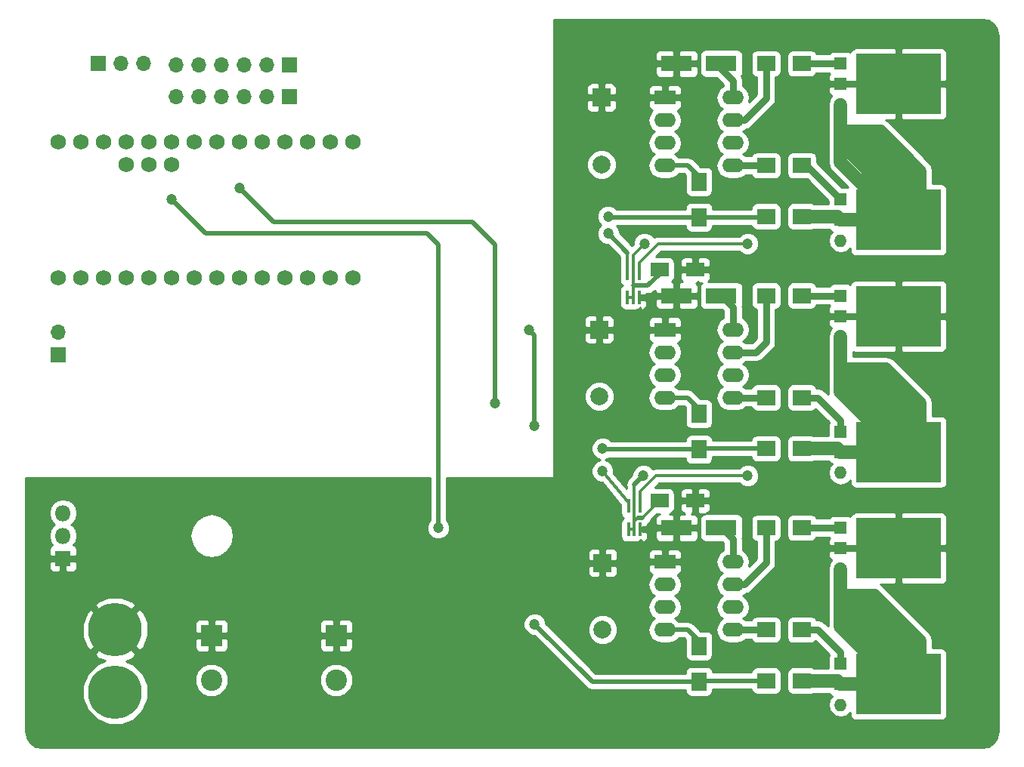
<source format=gbr>
G04 #@! TF.FileFunction,Copper,L1,Top,Signal*
%FSLAX46Y46*%
G04 Gerber Fmt 4.6, Leading zero omitted, Abs format (unit mm)*
G04 Created by KiCad (PCBNEW 4.0.4-stable) date 07/18/17 09:52:18*
%MOMM*%
%LPD*%
G01*
G04 APERTURE LIST*
%ADD10C,0.100000*%
%ADD11C,1.750000*%
%ADD12R,2.400000X1.600000*%
%ADD13O,2.400000X1.600000*%
%ADD14R,3.500000X1.800000*%
%ADD15C,5.999480*%
%ADD16R,2.000000X1.700000*%
%ADD17R,1.800000X1.800000*%
%ADD18O,1.800000X1.800000*%
%ADD19R,1.400000X1.400000*%
%ADD20O,1.400000X1.400000*%
%ADD21R,9.500000X6.750000*%
%ADD22R,1.700000X2.000000*%
%ADD23R,2.000000X2.000000*%
%ADD24C,2.000000*%
%ADD25R,2.400000X2.400000*%
%ADD26C,2.400000*%
%ADD27R,2.000000X1.600000*%
%ADD28R,1.700000X1.700000*%
%ADD29O,1.700000X1.700000*%
%ADD30R,0.400000X1.500000*%
%ADD31C,1.200000*%
%ADD32C,0.350000*%
%ADD33C,0.550000*%
%ADD34C,0.800000*%
%ADD35C,1.500000*%
%ADD36C,0.254000*%
G04 APERTURE END LIST*
D10*
D11*
X17145000Y66167000D03*
X14605000Y66167000D03*
X12065000Y66167000D03*
X6985000Y53467000D03*
X9525000Y53467000D03*
X12065000Y53467000D03*
X14605000Y53467000D03*
X17145000Y53467000D03*
X19685000Y53467000D03*
X22225000Y53467000D03*
X24765000Y53467000D03*
X27305000Y53467000D03*
X29845000Y53467000D03*
X32385000Y53467000D03*
X34925000Y53467000D03*
X37465000Y53467000D03*
X37465000Y68707000D03*
X34925000Y68707000D03*
X32385000Y68707000D03*
X29845000Y68707000D03*
X27305000Y68707000D03*
X24765000Y68707000D03*
X22225000Y68707000D03*
X19685000Y68707000D03*
X17145000Y68707000D03*
X14605000Y68707000D03*
X12065000Y68707000D03*
X9525000Y68707000D03*
X6985000Y68707000D03*
X4445000Y68707000D03*
X4445000Y53467000D03*
D12*
X72390000Y73660000D03*
D13*
X80010000Y66040000D03*
X72390000Y71120000D03*
X80010000Y68580000D03*
X72390000Y68580000D03*
X80010000Y71120000D03*
X72390000Y66040000D03*
X80010000Y73660000D03*
D14*
X78700000Y77470000D03*
X73700000Y77470000D03*
X78700000Y51435000D03*
X73700000Y51435000D03*
X78700000Y25400000D03*
X73700000Y25400000D03*
D15*
X10795000Y6985000D03*
X10795000Y13970000D03*
D16*
X87725000Y77470000D03*
X83725000Y77470000D03*
X87725000Y66040000D03*
X83725000Y66040000D03*
X87725000Y51435000D03*
X83725000Y51435000D03*
X87725000Y40005000D03*
X83725000Y40005000D03*
X87725000Y25400000D03*
X83725000Y25400000D03*
X87725000Y13970000D03*
X83725000Y13970000D03*
X87725000Y60325000D03*
X83725000Y60325000D03*
X87725000Y34290000D03*
X83725000Y34290000D03*
D17*
X4953000Y21971000D03*
D18*
X4953000Y24511000D03*
X4953000Y27051000D03*
D19*
X92075000Y51435000D03*
X92075000Y49135000D03*
D20*
X92075000Y46835000D03*
D21*
X98575000Y49135000D03*
D19*
X92075000Y77470000D03*
X92075000Y75170000D03*
D20*
X92075000Y72870000D03*
D21*
X98575000Y75170000D03*
D19*
X92075000Y36195000D03*
X92075000Y33895000D03*
D20*
X92075000Y31595000D03*
D21*
X98575000Y33895000D03*
D19*
X92075000Y25400000D03*
X92075000Y23100000D03*
D20*
X92075000Y20800000D03*
D21*
X98575000Y23100000D03*
D19*
X92075000Y10160000D03*
X92075000Y7860000D03*
D20*
X92075000Y5560000D03*
D21*
X98575000Y7860000D03*
D16*
X87725000Y8255000D03*
X83725000Y8255000D03*
D22*
X76200000Y64230000D03*
X76200000Y60230000D03*
X76200000Y38195000D03*
X76200000Y34195000D03*
X76200000Y12160000D03*
X76200000Y8160000D03*
D12*
X72390000Y47625000D03*
D13*
X80010000Y40005000D03*
X72390000Y45085000D03*
X80010000Y42545000D03*
X72390000Y42545000D03*
X80010000Y45085000D03*
X72390000Y40005000D03*
X80010000Y47625000D03*
D12*
X72390000Y21590000D03*
D13*
X80010000Y13970000D03*
X72390000Y19050000D03*
X80010000Y16510000D03*
X72390000Y16510000D03*
X80010000Y19050000D03*
X72390000Y13970000D03*
X80010000Y21590000D03*
D23*
X65278000Y73660000D03*
D24*
X65278000Y66160000D03*
D23*
X65024000Y47625000D03*
D24*
X65024000Y40125000D03*
D23*
X65405000Y21463000D03*
D24*
X65405000Y13963000D03*
D25*
X21590000Y13335000D03*
D26*
X21590000Y8335000D03*
D27*
X71787000Y28448000D03*
X75787000Y28448000D03*
X71787000Y54356000D03*
X75787000Y54356000D03*
D28*
X30353000Y77343000D03*
D29*
X27813000Y77343000D03*
X25273000Y77343000D03*
X22733000Y77343000D03*
X20193000Y77343000D03*
X17653000Y77343000D03*
D28*
X30353000Y73787000D03*
D29*
X27813000Y73787000D03*
X25273000Y73787000D03*
X22733000Y73787000D03*
X20193000Y73787000D03*
X17653000Y73787000D03*
D28*
X4445000Y44831000D03*
D29*
X4445000Y47371000D03*
D19*
X92075000Y62230000D03*
X92075000Y59930000D03*
D20*
X92075000Y57630000D03*
D21*
X98575000Y59930000D03*
D30*
X68184000Y51248000D03*
X68834000Y51248000D03*
X69484000Y51248000D03*
X69484000Y53908000D03*
X68834000Y53908000D03*
X68184000Y53908000D03*
X68311000Y25213000D03*
X68961000Y25213000D03*
X69611000Y25213000D03*
X69611000Y27873000D03*
X68961000Y27873000D03*
X68311000Y27873000D03*
D25*
X35560000Y13335000D03*
D26*
X35560000Y8335000D03*
D28*
X8890000Y77470000D03*
D29*
X11430000Y77470000D03*
X13970000Y77470000D03*
D31*
X70104000Y57277000D03*
X69977000Y31242000D03*
X81661000Y31242000D03*
X81661000Y57277000D03*
X53340000Y39370000D03*
X24765000Y63500000D03*
X66040000Y60325000D03*
X65405000Y34290000D03*
X17145000Y62230000D03*
X46990000Y25400000D03*
X57785000Y14605000D03*
X66040000Y58420000D03*
X57150000Y47625000D03*
X57785000Y36830000D03*
X65405000Y31750000D03*
D32*
X68834000Y51248000D02*
X68184000Y51248000D01*
X68961000Y25213000D02*
X68311000Y25213000D01*
D33*
X71787000Y54356000D02*
X71787000Y53880000D01*
X71787000Y53880000D02*
X70485000Y52578000D01*
X70485000Y52578000D02*
X68834000Y52578000D01*
D32*
X68834000Y53908000D02*
X68834000Y52578000D01*
X68834000Y52578000D02*
X68834000Y51248000D01*
X68834000Y53908000D02*
X68834000Y56007000D01*
X68834000Y56007000D02*
X70104000Y57277000D01*
X68961000Y25213000D02*
X68961000Y26162000D01*
X69882000Y26543000D02*
X71787000Y28448000D01*
D33*
X69342000Y26543000D02*
X69882000Y26543000D01*
D32*
X68961000Y26162000D02*
X69342000Y26543000D01*
X68961000Y25213000D02*
X68961000Y27873000D01*
X68961000Y27873000D02*
X68961000Y30226000D01*
D33*
X68961000Y30226000D02*
X69977000Y31242000D01*
X72390000Y13970000D02*
X74930000Y13970000D01*
X72390000Y40005000D02*
X74930000Y40005000D01*
X72390000Y66040000D02*
X74930000Y66040000D01*
X76200000Y64230000D02*
X76200000Y64770000D01*
X76200000Y64770000D02*
X74930000Y66040000D01*
X76200000Y38195000D02*
X76200000Y38735000D01*
X76200000Y38735000D02*
X74930000Y40005000D01*
X76200000Y12160000D02*
X76200000Y12700000D01*
X76200000Y12700000D02*
X74930000Y13970000D01*
D34*
X87725000Y77470000D02*
X92075000Y77470000D01*
X87725000Y66040000D02*
X88265000Y66040000D01*
X88265000Y66040000D02*
X92075000Y62230000D01*
X87725000Y51435000D02*
X92075000Y51435000D01*
X87725000Y40005000D02*
X89535000Y40005000D01*
X92075000Y37465000D02*
X92075000Y36195000D01*
X89535000Y40005000D02*
X92075000Y37465000D01*
D32*
X69611000Y27873000D02*
X69611000Y29479000D01*
X69611000Y29479000D02*
X71374000Y31242000D01*
X71374000Y31242000D02*
X81661000Y31242000D01*
D34*
X87725000Y25400000D02*
X92075000Y25400000D01*
X87725000Y13970000D02*
X89535000Y13970000D01*
X92075000Y11430000D02*
X92075000Y10160000D01*
X89535000Y13970000D02*
X92075000Y11430000D01*
X80010000Y71120000D02*
X81280000Y71120000D01*
X83725000Y73565000D02*
X83725000Y77470000D01*
X81280000Y71120000D02*
X83725000Y73565000D01*
X80010000Y66040000D02*
X83725000Y66040000D01*
X80010000Y45085000D02*
X82550000Y45085000D01*
X83725000Y46260000D02*
X83725000Y51435000D01*
X82550000Y45085000D02*
X83725000Y46260000D01*
X80010000Y40005000D02*
X83725000Y40005000D01*
X80010000Y19050000D02*
X81280000Y19050000D01*
X83725000Y21495000D02*
X83725000Y25400000D01*
X81280000Y19050000D02*
X83725000Y21495000D01*
X80010000Y13970000D02*
X83725000Y13970000D01*
D32*
X69484000Y53908000D02*
X69484000Y55133000D01*
X71628000Y57277000D02*
X81661000Y57277000D01*
X69484000Y55133000D02*
X71628000Y57277000D01*
D35*
X87725000Y60325000D02*
X91680000Y60325000D01*
X91680000Y60325000D02*
X92075000Y59930000D01*
X94615000Y69850000D02*
X96520000Y69850000D01*
X100965000Y65405000D02*
X100965000Y62320000D01*
X96520000Y69850000D02*
X100965000Y65405000D01*
X100965000Y62320000D02*
X98575000Y59930000D01*
X92710000Y69850000D02*
X94615000Y69850000D01*
X99695000Y64770000D02*
X99695000Y61050000D01*
X94615000Y69850000D02*
X99695000Y64770000D01*
X99695000Y61050000D02*
X98575000Y59930000D01*
X92075000Y69850000D02*
X92710000Y69850000D01*
X98575000Y63985000D02*
X98575000Y59930000D01*
X92710000Y69850000D02*
X98575000Y63985000D01*
X92075000Y70485000D02*
X92075000Y69850000D01*
X92075000Y69850000D02*
X92075000Y68580000D01*
X92075000Y68580000D02*
X98575000Y62080000D01*
X98575000Y62080000D02*
X98575000Y59930000D01*
X92075000Y72870000D02*
X92075000Y70485000D01*
X92075000Y70485000D02*
X92075000Y66430000D01*
X92075000Y66430000D02*
X98575000Y59930000D01*
X95885000Y62620000D02*
X98575000Y59930000D01*
X97155000Y61350000D02*
X98575000Y59930000D01*
X98425000Y60080000D02*
X98575000Y59930000D01*
X99695000Y61050000D02*
X98575000Y59930000D01*
X100965000Y62320000D02*
X98575000Y59930000D01*
X98665000Y59930000D02*
X98575000Y59930000D01*
X100965000Y62320000D02*
X98575000Y59930000D01*
X99695000Y61050000D02*
X98575000Y59930000D01*
X92075000Y59930000D02*
X98575000Y59930000D01*
X98575000Y59930000D02*
X98425000Y60080000D01*
D34*
X78700000Y77470000D02*
X78700000Y76875000D01*
X78700000Y76875000D02*
X80010000Y75565000D01*
X80010000Y75565000D02*
X80010000Y73660000D01*
D35*
X87725000Y34290000D02*
X91680000Y34290000D01*
X91680000Y34290000D02*
X92075000Y33895000D01*
X98575000Y33895000D02*
X98575000Y35075000D01*
X98575000Y35075000D02*
X100965000Y37465000D01*
X97155000Y43180000D02*
X92075000Y43180000D01*
X100965000Y39370000D02*
X97155000Y43180000D01*
X100965000Y37465000D02*
X100965000Y39370000D01*
X93345000Y43180000D02*
X95250000Y43180000D01*
X99695000Y38735000D02*
X99695000Y35015000D01*
X95250000Y43180000D02*
X99695000Y38735000D01*
X99695000Y35015000D02*
X98575000Y33895000D01*
X92075000Y43180000D02*
X93345000Y43180000D01*
X98575000Y37950000D02*
X98575000Y33895000D01*
X93345000Y43180000D02*
X98575000Y37950000D01*
X92075000Y41910000D02*
X92710000Y41910000D01*
X92710000Y41910000D02*
X98575000Y36045000D01*
X98575000Y36045000D02*
X98575000Y33895000D01*
X92075000Y46835000D02*
X92075000Y43180000D01*
X92075000Y43180000D02*
X92075000Y41910000D01*
X92075000Y41910000D02*
X92075000Y40640000D01*
X92075000Y40640000D02*
X98575000Y34140000D01*
X98575000Y34140000D02*
X98575000Y33895000D01*
X92075000Y33895000D02*
X98575000Y33895000D01*
D34*
X78700000Y51435000D02*
X78740000Y51435000D01*
X78740000Y51435000D02*
X80010000Y50165000D01*
X80010000Y50165000D02*
X80010000Y47625000D01*
D35*
X87725000Y8255000D02*
X91680000Y8255000D01*
X91680000Y8255000D02*
X92075000Y7860000D01*
X92075000Y17780000D02*
X95885000Y17780000D01*
X100965000Y12700000D02*
X100965000Y10250000D01*
X95885000Y17780000D02*
X100965000Y12700000D01*
X100965000Y10250000D02*
X98575000Y7860000D01*
X92075000Y17780000D02*
X93980000Y17780000D01*
X99695000Y12065000D02*
X99695000Y8980000D01*
X93980000Y17780000D02*
X99695000Y12065000D01*
X99695000Y8980000D02*
X98575000Y7860000D01*
X98575000Y7860000D02*
X98575000Y11280000D01*
X93345000Y16510000D02*
X92075000Y16510000D01*
X98575000Y11280000D02*
X93345000Y16510000D01*
X92075000Y15240000D02*
X92710000Y15240000D01*
X92710000Y15240000D02*
X98575000Y9375000D01*
X98575000Y9375000D02*
X98575000Y7860000D01*
X92075000Y7860000D02*
X98575000Y7860000D01*
X92075000Y20800000D02*
X92075000Y17780000D01*
X92075000Y17780000D02*
X92075000Y16510000D01*
X92075000Y16510000D02*
X92075000Y15240000D01*
X92075000Y15240000D02*
X92075000Y14360000D01*
X92075000Y14360000D02*
X98575000Y7860000D01*
D34*
X78700000Y25400000D02*
X78740000Y25400000D01*
X78740000Y25400000D02*
X80010000Y24130000D01*
X80010000Y24130000D02*
X80010000Y21590000D01*
D33*
X53340000Y57150000D02*
X53340000Y39370000D01*
X50800000Y59690000D02*
X53340000Y57150000D01*
X28575000Y59690000D02*
X50800000Y59690000D01*
X24765000Y63500000D02*
X28575000Y59690000D01*
X19685000Y68199000D02*
X19685000Y68707000D01*
X76200000Y60230000D02*
X66135000Y60230000D01*
X66135000Y60230000D02*
X66040000Y60325000D01*
X76200000Y60230000D02*
X83630000Y60230000D01*
X83630000Y60230000D02*
X83725000Y60325000D01*
X76200000Y34195000D02*
X65500000Y34195000D01*
X65500000Y34195000D02*
X65405000Y34290000D01*
X83725000Y34290000D02*
X76295000Y34290000D01*
X76295000Y34290000D02*
X76200000Y34195000D01*
X76200000Y8160000D02*
X64230000Y8160000D01*
X20955000Y58420000D02*
X17145000Y62230000D01*
X45720000Y58420000D02*
X20955000Y58420000D01*
X46990000Y57150000D02*
X45720000Y58420000D01*
X46990000Y25400000D02*
X46990000Y57150000D01*
X64230000Y8160000D02*
X57785000Y14605000D01*
X83725000Y8255000D02*
X76295000Y8255000D01*
X76295000Y8255000D02*
X76200000Y8160000D01*
D32*
X68184000Y53908000D02*
X68184000Y56276000D01*
D33*
X68184000Y56276000D02*
X66040000Y58420000D01*
X57150000Y47625000D02*
X57785000Y46990000D01*
X57785000Y46990000D02*
X57785000Y36830000D01*
D32*
X65405000Y31750000D02*
X68311000Y28209000D01*
X68311000Y28209000D02*
X68311000Y27873000D01*
D36*
G36*
X108628601Y82283285D02*
X109203889Y81898889D01*
X109588285Y81323601D01*
X109738000Y80570932D01*
X109738000Y2614068D01*
X109588285Y1861399D01*
X109203889Y1286111D01*
X108628601Y901715D01*
X107875932Y752000D01*
X2614068Y752000D01*
X1861399Y901715D01*
X1286111Y1286111D01*
X901715Y1861399D01*
X752000Y2614068D01*
X752000Y6256860D01*
X7117623Y6256860D01*
X7676194Y4905015D01*
X8709575Y3869829D01*
X10060443Y3308899D01*
X11523140Y3307623D01*
X12874985Y3866194D01*
X13910171Y4899575D01*
X14471101Y6250443D01*
X14472377Y7713140D01*
X14369022Y7963280D01*
X19712675Y7963280D01*
X19997829Y7273154D01*
X20525376Y6744684D01*
X21215004Y6458326D01*
X21961720Y6457675D01*
X22651846Y6742829D01*
X23180316Y7270376D01*
X23466674Y7960004D01*
X23466676Y7963280D01*
X33682675Y7963280D01*
X33967829Y7273154D01*
X34495376Y6744684D01*
X35185004Y6458326D01*
X35931720Y6457675D01*
X36621846Y6742829D01*
X37150316Y7270376D01*
X37436674Y7960004D01*
X37437325Y8706720D01*
X37152171Y9396846D01*
X36624624Y9925316D01*
X35934996Y10211674D01*
X35188280Y10212325D01*
X34498154Y9927171D01*
X33969684Y9399624D01*
X33683326Y8709996D01*
X33682675Y7963280D01*
X23466676Y7963280D01*
X23467325Y8706720D01*
X23182171Y9396846D01*
X22654624Y9925316D01*
X21964996Y10211674D01*
X21218280Y10212325D01*
X20528154Y9927171D01*
X19999684Y9399624D01*
X19713326Y8709996D01*
X19712675Y7963280D01*
X14369022Y7963280D01*
X13913806Y9064985D01*
X12880425Y10100171D01*
X11995393Y10467669D01*
X12793010Y10798053D01*
X13144660Y11269615D01*
X10795000Y13619275D01*
X8445340Y11269615D01*
X8796990Y10798053D01*
X9626408Y10480386D01*
X8715015Y10103806D01*
X7679829Y9070425D01*
X7118899Y7719557D01*
X7117623Y6256860D01*
X752000Y6256860D01*
X752000Y14602069D01*
X7099898Y14602069D01*
X7139288Y13139901D01*
X7623053Y11971990D01*
X8094615Y11620340D01*
X10444275Y13970000D01*
X11145725Y13970000D01*
X13495385Y11620340D01*
X13966947Y11971990D01*
X14329172Y12917750D01*
X19713000Y12917750D01*
X19713000Y12000336D01*
X19816067Y11751510D01*
X20006511Y11561067D01*
X20255337Y11458000D01*
X21172750Y11458000D01*
X21342000Y11627250D01*
X21342000Y13087000D01*
X21838000Y13087000D01*
X21838000Y11627250D01*
X22007250Y11458000D01*
X22924663Y11458000D01*
X23173489Y11561067D01*
X23363933Y11751510D01*
X23467000Y12000336D01*
X23467000Y12917750D01*
X33683000Y12917750D01*
X33683000Y12000336D01*
X33786067Y11751510D01*
X33976511Y11561067D01*
X34225337Y11458000D01*
X35142750Y11458000D01*
X35312000Y11627250D01*
X35312000Y13087000D01*
X35808000Y13087000D01*
X35808000Y11627250D01*
X35977250Y11458000D01*
X36894663Y11458000D01*
X37143489Y11561067D01*
X37333933Y11751510D01*
X37437000Y12000336D01*
X37437000Y12917750D01*
X37267750Y13087000D01*
X35808000Y13087000D01*
X35312000Y13087000D01*
X33852250Y13087000D01*
X33683000Y12917750D01*
X23467000Y12917750D01*
X23297750Y13087000D01*
X21838000Y13087000D01*
X21342000Y13087000D01*
X19882250Y13087000D01*
X19713000Y12917750D01*
X14329172Y12917750D01*
X14490102Y13337931D01*
X14454226Y14669664D01*
X19713000Y14669664D01*
X19713000Y13752250D01*
X19882250Y13583000D01*
X21342000Y13583000D01*
X21342000Y15042750D01*
X21838000Y15042750D01*
X21838000Y13583000D01*
X23297750Y13583000D01*
X23467000Y13752250D01*
X23467000Y14669664D01*
X33683000Y14669664D01*
X33683000Y13752250D01*
X33852250Y13583000D01*
X35312000Y13583000D01*
X35312000Y15042750D01*
X35808000Y15042750D01*
X35808000Y13583000D01*
X37267750Y13583000D01*
X37437000Y13752250D01*
X37437000Y14352103D01*
X56507779Y14352103D01*
X56701781Y13882583D01*
X57060693Y13523043D01*
X57529875Y13328222D01*
X57715608Y13328060D01*
X63556832Y7486837D01*
X63556834Y7486834D01*
X63865685Y7280467D01*
X64230000Y7208000D01*
X74659737Y7208000D01*
X74659737Y7160000D01*
X74706944Y6909119D01*
X74855214Y6678700D01*
X75081449Y6524120D01*
X75350000Y6469737D01*
X77050000Y6469737D01*
X77300881Y6516944D01*
X77531300Y6665214D01*
X77685880Y6891449D01*
X77740263Y7160000D01*
X77740263Y7303000D01*
X82053930Y7303000D01*
X82081944Y7154119D01*
X82230214Y6923700D01*
X82456449Y6769120D01*
X82725000Y6714737D01*
X84725000Y6714737D01*
X84975881Y6761944D01*
X85206300Y6910214D01*
X85360880Y7136449D01*
X85415263Y7405000D01*
X85415263Y9105000D01*
X85368056Y9355881D01*
X85219786Y9586300D01*
X84993551Y9740880D01*
X84725000Y9795263D01*
X82725000Y9795263D01*
X82474119Y9748056D01*
X82243700Y9599786D01*
X82089120Y9373551D01*
X82055393Y9207000D01*
X77731419Y9207000D01*
X77693056Y9410881D01*
X77544786Y9641300D01*
X77318551Y9795880D01*
X77050000Y9850263D01*
X75350000Y9850263D01*
X75099119Y9803056D01*
X74868700Y9654786D01*
X74714120Y9428551D01*
X74659737Y9160000D01*
X74659737Y9112000D01*
X64624331Y9112000D01*
X60105444Y13630888D01*
X63727710Y13630888D01*
X63982480Y13014297D01*
X64453816Y12542138D01*
X65069961Y12286292D01*
X65737112Y12285710D01*
X66353703Y12540480D01*
X66825862Y13011816D01*
X67081708Y13627961D01*
X67082290Y14295112D01*
X66827520Y14911703D01*
X66356184Y15383862D01*
X65740039Y15639708D01*
X65072888Y15640290D01*
X64456297Y15385520D01*
X63984138Y14914184D01*
X63728292Y14298039D01*
X63727710Y13630888D01*
X60105444Y13630888D01*
X59062061Y14674271D01*
X59062221Y14857897D01*
X58868219Y15327417D01*
X58509307Y15686957D01*
X58040125Y15881778D01*
X57532103Y15882221D01*
X57062583Y15688219D01*
X56703043Y15329307D01*
X56508222Y14860125D01*
X56507779Y14352103D01*
X37437000Y14352103D01*
X37437000Y14669664D01*
X37333933Y14918490D01*
X37143489Y15108933D01*
X36894663Y15212000D01*
X35977250Y15212000D01*
X35808000Y15042750D01*
X35312000Y15042750D01*
X35142750Y15212000D01*
X34225337Y15212000D01*
X33976511Y15108933D01*
X33786067Y14918490D01*
X33683000Y14669664D01*
X23467000Y14669664D01*
X23363933Y14918490D01*
X23173489Y15108933D01*
X22924663Y15212000D01*
X22007250Y15212000D01*
X21838000Y15042750D01*
X21342000Y15042750D01*
X21172750Y15212000D01*
X20255337Y15212000D01*
X20006511Y15108933D01*
X19816067Y14918490D01*
X19713000Y14669664D01*
X14454226Y14669664D01*
X14450712Y14800099D01*
X13966947Y15968010D01*
X13495385Y16319660D01*
X11145725Y13970000D01*
X10444275Y13970000D01*
X8094615Y16319660D01*
X7623053Y15968010D01*
X7099898Y14602069D01*
X752000Y14602069D01*
X752000Y16670385D01*
X8445340Y16670385D01*
X10795000Y14320725D01*
X13144660Y16670385D01*
X12793010Y17141947D01*
X11427069Y17665102D01*
X9964901Y17625712D01*
X8796990Y17141947D01*
X8445340Y16670385D01*
X752000Y16670385D01*
X752000Y19050000D01*
X70476227Y19050000D01*
X70588657Y18484777D01*
X70908830Y18005603D01*
X71246470Y17780000D01*
X70908830Y17554397D01*
X70588657Y17075223D01*
X70476227Y16510000D01*
X70588657Y15944777D01*
X70908830Y15465603D01*
X71246470Y15240000D01*
X70908830Y15014397D01*
X70588657Y14535223D01*
X70476227Y13970000D01*
X70588657Y13404777D01*
X70908830Y12925603D01*
X71388004Y12605430D01*
X71953227Y12493000D01*
X72826773Y12493000D01*
X73391996Y12605430D01*
X73871170Y12925603D01*
X73932908Y13018000D01*
X74535668Y13018000D01*
X74659737Y12893931D01*
X74659737Y11160000D01*
X74706944Y10909119D01*
X74855214Y10678700D01*
X75081449Y10524120D01*
X75350000Y10469737D01*
X77050000Y10469737D01*
X77300881Y10516944D01*
X77531300Y10665214D01*
X77685880Y10891449D01*
X77740263Y11160000D01*
X77740263Y13160000D01*
X77693056Y13410881D01*
X77544786Y13641300D01*
X77318551Y13795880D01*
X77050000Y13850263D01*
X76396068Y13850263D01*
X75603166Y14643166D01*
X75563509Y14669664D01*
X75294315Y14849533D01*
X74930000Y14922000D01*
X73932908Y14922000D01*
X73871170Y15014397D01*
X73533530Y15240000D01*
X73871170Y15465603D01*
X74191343Y15944777D01*
X74303773Y16510000D01*
X74191343Y17075223D01*
X73871170Y17554397D01*
X73533530Y17780000D01*
X73871170Y18005603D01*
X74191343Y18484777D01*
X74303773Y19050000D01*
X74191343Y19615223D01*
X73871170Y20094397D01*
X73797918Y20143343D01*
X73973490Y20216067D01*
X74163933Y20406511D01*
X74267000Y20655337D01*
X74267000Y21172750D01*
X74097750Y21342000D01*
X72638000Y21342000D01*
X72638000Y21322000D01*
X72142000Y21322000D01*
X72142000Y21342000D01*
X70682250Y21342000D01*
X70513000Y21172750D01*
X70513000Y20655337D01*
X70616067Y20406511D01*
X70806510Y20216067D01*
X70982082Y20143343D01*
X70908830Y20094397D01*
X70588657Y19615223D01*
X70476227Y19050000D01*
X752000Y19050000D01*
X752000Y21553750D01*
X3376000Y21553750D01*
X3376000Y20936336D01*
X3479067Y20687510D01*
X3669511Y20497067D01*
X3918337Y20394000D01*
X4535750Y20394000D01*
X4705000Y20563250D01*
X4705000Y21723000D01*
X5201000Y21723000D01*
X5201000Y20563250D01*
X5370250Y20394000D01*
X5987663Y20394000D01*
X6236489Y20497067D01*
X6426933Y20687510D01*
X6530000Y20936336D01*
X6530000Y21045750D01*
X63728000Y21045750D01*
X63728000Y20328336D01*
X63831067Y20079510D01*
X64021511Y19889067D01*
X64270337Y19786000D01*
X64987750Y19786000D01*
X65157000Y19955250D01*
X65157000Y21215000D01*
X65653000Y21215000D01*
X65653000Y19955250D01*
X65822250Y19786000D01*
X66539663Y19786000D01*
X66788489Y19889067D01*
X66978933Y20079510D01*
X67082000Y20328336D01*
X67082000Y21045750D01*
X66912750Y21215000D01*
X65653000Y21215000D01*
X65157000Y21215000D01*
X63897250Y21215000D01*
X63728000Y21045750D01*
X6530000Y21045750D01*
X6530000Y21553750D01*
X6360750Y21723000D01*
X5201000Y21723000D01*
X4705000Y21723000D01*
X3545250Y21723000D01*
X3376000Y21553750D01*
X752000Y21553750D01*
X752000Y27081895D01*
X3376000Y27081895D01*
X3376000Y27020105D01*
X3496042Y26416613D01*
X3837893Y25904998D01*
X4023469Y25781000D01*
X3837893Y25657002D01*
X3496042Y25145387D01*
X3376000Y24541895D01*
X3376000Y24480105D01*
X3496042Y23876613D01*
X3759559Y23482232D01*
X3669511Y23444933D01*
X3479067Y23254490D01*
X3376000Y23005664D01*
X3376000Y22388250D01*
X3545250Y22219000D01*
X4705000Y22219000D01*
X4705000Y22239000D01*
X5201000Y22239000D01*
X5201000Y22219000D01*
X6360750Y22219000D01*
X6530000Y22388250D01*
X6530000Y23005664D01*
X6426933Y23254490D01*
X6236489Y23444933D01*
X6146441Y23482232D01*
X6409958Y23876613D01*
X6530000Y24480105D01*
X6530000Y24541895D01*
X6526688Y24558548D01*
X19186000Y24558548D01*
X19186000Y24463452D01*
X19370744Y23534679D01*
X19896852Y22747304D01*
X20684227Y22221196D01*
X21613000Y22036452D01*
X22541773Y22221196D01*
X23105196Y22597664D01*
X63728000Y22597664D01*
X63728000Y21880250D01*
X63897250Y21711000D01*
X65157000Y21711000D01*
X65157000Y22970750D01*
X65653000Y22970750D01*
X65653000Y21711000D01*
X66912750Y21711000D01*
X67082000Y21880250D01*
X67082000Y22524663D01*
X70513000Y22524663D01*
X70513000Y22007250D01*
X70682250Y21838000D01*
X72142000Y21838000D01*
X72142000Y22897750D01*
X72638000Y22897750D01*
X72638000Y21838000D01*
X74097750Y21838000D01*
X74267000Y22007250D01*
X74267000Y22524663D01*
X74163933Y22773489D01*
X73973490Y22963933D01*
X73724664Y23067000D01*
X72807250Y23067000D01*
X72638000Y22897750D01*
X72142000Y22897750D01*
X71972750Y23067000D01*
X71055336Y23067000D01*
X70806510Y22963933D01*
X70616067Y22773489D01*
X70513000Y22524663D01*
X67082000Y22524663D01*
X67082000Y22597664D01*
X66978933Y22846490D01*
X66788489Y23036933D01*
X66539663Y23140000D01*
X65822250Y23140000D01*
X65653000Y22970750D01*
X65157000Y22970750D01*
X64987750Y23140000D01*
X64270337Y23140000D01*
X64021511Y23036933D01*
X63831067Y22846490D01*
X63728000Y22597664D01*
X23105196Y22597664D01*
X23329148Y22747304D01*
X23855256Y23534679D01*
X24040000Y24463452D01*
X24040000Y24558548D01*
X23855256Y25487321D01*
X23329148Y26274696D01*
X22541773Y26800804D01*
X21613000Y26985548D01*
X20684227Y26800804D01*
X19896852Y26274696D01*
X19370744Y25487321D01*
X19186000Y24558548D01*
X6526688Y24558548D01*
X6409958Y25145387D01*
X6068107Y25657002D01*
X5882531Y25781000D01*
X6068107Y25904998D01*
X6409958Y26416613D01*
X6530000Y27020105D01*
X6530000Y27081895D01*
X6409958Y27685387D01*
X6068107Y28197002D01*
X5556492Y28538853D01*
X4953000Y28658895D01*
X4349508Y28538853D01*
X3837893Y28197002D01*
X3496042Y27685387D01*
X3376000Y27081895D01*
X752000Y27081895D01*
X752000Y30988000D01*
X46038000Y30988000D01*
X46038000Y26254037D01*
X45908043Y26124307D01*
X45713222Y25655125D01*
X45712779Y25147103D01*
X45906781Y24677583D01*
X46265693Y24318043D01*
X46734875Y24123222D01*
X47242897Y24122779D01*
X47712417Y24316781D01*
X48071957Y24675693D01*
X48266778Y25144875D01*
X48267221Y25652897D01*
X48073219Y26122417D01*
X47942000Y26253866D01*
X47942000Y30988000D01*
X59817000Y30988000D01*
X59866410Y30998006D01*
X59908035Y31026447D01*
X59935315Y31068841D01*
X59944000Y31115000D01*
X59944000Y34037103D01*
X64127779Y34037103D01*
X64321781Y33567583D01*
X64680693Y33208043D01*
X65134088Y33019777D01*
X64682583Y32833219D01*
X64323043Y32474307D01*
X64128222Y32005125D01*
X64127779Y31497103D01*
X64321781Y31027583D01*
X64680693Y30668043D01*
X65149875Y30473222D01*
X65350779Y30473047D01*
X67420737Y27950775D01*
X67420737Y27123000D01*
X67467944Y26872119D01*
X67616214Y26641700D01*
X67761375Y26542516D01*
X67629700Y26457786D01*
X67475120Y26231551D01*
X67420737Y25963000D01*
X67420737Y24463000D01*
X67467944Y24212119D01*
X67616214Y23981700D01*
X67842449Y23827120D01*
X68111000Y23772737D01*
X68511000Y23772737D01*
X68640588Y23797121D01*
X68761000Y23772737D01*
X69161000Y23772737D01*
X69262327Y23791803D01*
X69276337Y23786000D01*
X69341750Y23786000D01*
X69367307Y23811557D01*
X69411881Y23819944D01*
X69642300Y23968214D01*
X69711000Y24068760D01*
X69711000Y23955250D01*
X69880250Y23786000D01*
X69945663Y23786000D01*
X70194489Y23889067D01*
X70384933Y24079510D01*
X70488000Y24328336D01*
X70488000Y24795750D01*
X70318750Y24965000D01*
X69851263Y24965000D01*
X69851263Y24982750D01*
X71273000Y24982750D01*
X71273000Y24365337D01*
X71376067Y24116511D01*
X71566510Y23926067D01*
X71815336Y23823000D01*
X73282750Y23823000D01*
X73452000Y23992250D01*
X73452000Y25152000D01*
X73948000Y25152000D01*
X73948000Y23992250D01*
X74117250Y23823000D01*
X75584664Y23823000D01*
X75833490Y23926067D01*
X76023933Y24116511D01*
X76127000Y24365337D01*
X76127000Y24982750D01*
X75957750Y25152000D01*
X73948000Y25152000D01*
X73452000Y25152000D01*
X71442250Y25152000D01*
X71273000Y24982750D01*
X69851263Y24982750D01*
X69851263Y25461000D01*
X70318750Y25461000D01*
X70488000Y25630250D01*
X70488000Y25824955D01*
X70555166Y25869834D01*
X70761533Y26178685D01*
X70771201Y26227291D01*
X71501647Y26957737D01*
X71768831Y26957737D01*
X71566510Y26873933D01*
X71376067Y26683489D01*
X71273000Y26434663D01*
X71273000Y25817250D01*
X71442250Y25648000D01*
X73452000Y25648000D01*
X73452000Y26807750D01*
X73948000Y26807750D01*
X73948000Y25648000D01*
X75957750Y25648000D01*
X76127000Y25817250D01*
X76127000Y26434663D01*
X76023933Y26683489D01*
X75833490Y26873933D01*
X75584664Y26977000D01*
X75375750Y26977000D01*
X75539000Y27140250D01*
X75539000Y28200000D01*
X76035000Y28200000D01*
X76035000Y27140250D01*
X76204250Y26971000D01*
X76847627Y26971000D01*
X76699119Y26943056D01*
X76468700Y26794786D01*
X76314120Y26568551D01*
X76259737Y26300000D01*
X76259737Y24500000D01*
X76306944Y24249119D01*
X76455214Y24018700D01*
X76681449Y23864120D01*
X76950000Y23809737D01*
X78807155Y23809737D01*
X78933000Y23683892D01*
X78933000Y22904454D01*
X78528830Y22634397D01*
X78208657Y22155223D01*
X78096227Y21590000D01*
X78208657Y21024777D01*
X78528830Y20545603D01*
X78866470Y20320000D01*
X78528830Y20094397D01*
X78208657Y19615223D01*
X78096227Y19050000D01*
X78208657Y18484777D01*
X78528830Y18005603D01*
X78866470Y17780000D01*
X78528830Y17554397D01*
X78208657Y17075223D01*
X78096227Y16510000D01*
X78208657Y15944777D01*
X78528830Y15465603D01*
X78866470Y15240000D01*
X78528830Y15014397D01*
X78208657Y14535223D01*
X78096227Y13970000D01*
X78208657Y13404777D01*
X78528830Y12925603D01*
X79008004Y12605430D01*
X79573227Y12493000D01*
X80446773Y12493000D01*
X81011996Y12605430D01*
X81442376Y12893000D01*
X82077450Y12893000D01*
X82081944Y12869119D01*
X82230214Y12638700D01*
X82456449Y12484120D01*
X82725000Y12429737D01*
X84725000Y12429737D01*
X84975881Y12476944D01*
X85206300Y12625214D01*
X85360880Y12851449D01*
X85415263Y13120000D01*
X85415263Y14820000D01*
X86034737Y14820000D01*
X86034737Y13120000D01*
X86081944Y12869119D01*
X86230214Y12638700D01*
X86456449Y12484120D01*
X86725000Y12429737D01*
X88725000Y12429737D01*
X88975881Y12476944D01*
X89206300Y12625214D01*
X89267341Y12714551D01*
X90785484Y11196408D01*
X90739120Y11128551D01*
X90684737Y10860000D01*
X90684737Y9682000D01*
X89079725Y9682000D01*
X88993551Y9740880D01*
X88725000Y9795263D01*
X86725000Y9795263D01*
X86474119Y9748056D01*
X86243700Y9599786D01*
X86089120Y9373551D01*
X86034737Y9105000D01*
X86034737Y7405000D01*
X86081944Y7154119D01*
X86230214Y6923700D01*
X86456449Y6769120D01*
X86725000Y6714737D01*
X88725000Y6714737D01*
X88975881Y6761944D01*
X89078535Y6828000D01*
X90784142Y6828000D01*
X90880214Y6678700D01*
X91086160Y6537983D01*
X90802818Y6113932D01*
X90698000Y5586977D01*
X90698000Y5533023D01*
X90802818Y5006068D01*
X91101314Y4559337D01*
X91548045Y4260841D01*
X92075000Y4156023D01*
X92601955Y4260841D01*
X93048686Y4559337D01*
X93134737Y4688121D01*
X93134737Y4485000D01*
X93181944Y4234119D01*
X93330214Y4003700D01*
X93556449Y3849120D01*
X93825000Y3794737D01*
X103325000Y3794737D01*
X103575881Y3841944D01*
X103806300Y3990214D01*
X103960880Y4216449D01*
X104015263Y4485000D01*
X104015263Y11235000D01*
X103968056Y11485881D01*
X103819786Y11716300D01*
X103593551Y11870880D01*
X103325000Y11925263D01*
X102392000Y11925263D01*
X102392000Y12700000D01*
X102283376Y13246089D01*
X101974041Y13709041D01*
X96894041Y18789041D01*
X96506482Y19048000D01*
X98157750Y19048000D01*
X98327000Y19217250D01*
X98327000Y22852000D01*
X98823000Y22852000D01*
X98823000Y19217250D01*
X98992250Y19048000D01*
X103459663Y19048000D01*
X103708489Y19151067D01*
X103898933Y19341510D01*
X104002000Y19590336D01*
X104002000Y22682750D01*
X103832750Y22852000D01*
X98823000Y22852000D01*
X98327000Y22852000D01*
X93317250Y22852000D01*
X93300000Y22834750D01*
X93282750Y22852000D01*
X92323000Y22852000D01*
X92323000Y22832000D01*
X91827000Y22832000D01*
X91827000Y22852000D01*
X90867250Y22852000D01*
X90698000Y22682750D01*
X90698000Y22265336D01*
X90801067Y22016510D01*
X90991511Y21826067D01*
X91058731Y21798224D01*
X90756624Y21346089D01*
X90648000Y20800000D01*
X90648000Y14380108D01*
X90296554Y14731554D01*
X89947150Y14965018D01*
X89535000Y15047000D01*
X89372550Y15047000D01*
X89368056Y15070881D01*
X89219786Y15301300D01*
X88993551Y15455880D01*
X88725000Y15510263D01*
X86725000Y15510263D01*
X86474119Y15463056D01*
X86243700Y15314786D01*
X86089120Y15088551D01*
X86034737Y14820000D01*
X85415263Y14820000D01*
X85368056Y15070881D01*
X85219786Y15301300D01*
X84993551Y15455880D01*
X84725000Y15510263D01*
X82725000Y15510263D01*
X82474119Y15463056D01*
X82243700Y15314786D01*
X82089120Y15088551D01*
X82080706Y15047000D01*
X81442376Y15047000D01*
X81153530Y15240000D01*
X81491170Y15465603D01*
X81811343Y15944777D01*
X81923773Y16510000D01*
X81811343Y17075223D01*
X81491170Y17554397D01*
X81153530Y17780000D01*
X81491170Y18005603D01*
X81498415Y18016446D01*
X81692150Y18054982D01*
X82041554Y18288446D01*
X84486554Y20733446D01*
X84720018Y21082850D01*
X84802000Y21495000D01*
X84802000Y23874226D01*
X84975881Y23906944D01*
X85206300Y24055214D01*
X85360880Y24281449D01*
X85415263Y24550000D01*
X85415263Y26250000D01*
X86034737Y26250000D01*
X86034737Y24550000D01*
X86081944Y24299119D01*
X86230214Y24068700D01*
X86456449Y23914120D01*
X86725000Y23859737D01*
X88725000Y23859737D01*
X88975881Y23906944D01*
X89206300Y24055214D01*
X89360880Y24281449D01*
X89369294Y24323000D01*
X90813099Y24323000D01*
X90863011Y24245434D01*
X90801067Y24183490D01*
X90698000Y23934664D01*
X90698000Y23517250D01*
X90867250Y23348000D01*
X91827000Y23348000D01*
X91827000Y23368000D01*
X92323000Y23368000D01*
X92323000Y23348000D01*
X93282750Y23348000D01*
X93300000Y23365250D01*
X93317250Y23348000D01*
X98327000Y23348000D01*
X98327000Y26982750D01*
X98823000Y26982750D01*
X98823000Y23348000D01*
X103832750Y23348000D01*
X104002000Y23517250D01*
X104002000Y26609664D01*
X103898933Y26858490D01*
X103708489Y27048933D01*
X103459663Y27152000D01*
X98992250Y27152000D01*
X98823000Y26982750D01*
X98327000Y26982750D01*
X98157750Y27152000D01*
X93690337Y27152000D01*
X93441511Y27048933D01*
X93251067Y26858490D01*
X93165708Y26652414D01*
X93043551Y26735880D01*
X92775000Y26790263D01*
X91375000Y26790263D01*
X91124119Y26743056D01*
X90893700Y26594786D01*
X90813220Y26477000D01*
X89372550Y26477000D01*
X89368056Y26500881D01*
X89219786Y26731300D01*
X88993551Y26885880D01*
X88725000Y26940263D01*
X86725000Y26940263D01*
X86474119Y26893056D01*
X86243700Y26744786D01*
X86089120Y26518551D01*
X86034737Y26250000D01*
X85415263Y26250000D01*
X85368056Y26500881D01*
X85219786Y26731300D01*
X84993551Y26885880D01*
X84725000Y26940263D01*
X82725000Y26940263D01*
X82474119Y26893056D01*
X82243700Y26744786D01*
X82089120Y26518551D01*
X82034737Y26250000D01*
X82034737Y24550000D01*
X82081944Y24299119D01*
X82230214Y24068700D01*
X82456449Y23914120D01*
X82648000Y23875330D01*
X82648000Y21941108D01*
X81831126Y21124234D01*
X81923773Y21590000D01*
X81811343Y22155223D01*
X81491170Y22634397D01*
X81087000Y22904454D01*
X81087000Y24130000D01*
X81071118Y24209844D01*
X81085880Y24231449D01*
X81140263Y24500000D01*
X81140263Y26300000D01*
X81093056Y26550881D01*
X80944786Y26781300D01*
X80718551Y26935880D01*
X80450000Y26990263D01*
X76968169Y26990263D01*
X77170490Y27074067D01*
X77360933Y27264511D01*
X77464000Y27513337D01*
X77464000Y28030750D01*
X77294750Y28200000D01*
X76035000Y28200000D01*
X75539000Y28200000D01*
X74279250Y28200000D01*
X74110000Y28030750D01*
X74110000Y27513337D01*
X74213067Y27264511D01*
X74403510Y27074067D01*
X74637851Y26977000D01*
X74117250Y26977000D01*
X73948000Y26807750D01*
X73452000Y26807750D01*
X73282750Y26977000D01*
X72889373Y26977000D01*
X73037881Y27004944D01*
X73268300Y27153214D01*
X73422880Y27379449D01*
X73477263Y27648000D01*
X73477263Y29248000D01*
X73451925Y29382663D01*
X74110000Y29382663D01*
X74110000Y28865250D01*
X74279250Y28696000D01*
X75539000Y28696000D01*
X75539000Y29755750D01*
X76035000Y29755750D01*
X76035000Y28696000D01*
X77294750Y28696000D01*
X77464000Y28865250D01*
X77464000Y29382663D01*
X77360933Y29631489D01*
X77170490Y29821933D01*
X76921664Y29925000D01*
X76204250Y29925000D01*
X76035000Y29755750D01*
X75539000Y29755750D01*
X75369750Y29925000D01*
X74652336Y29925000D01*
X74403510Y29821933D01*
X74213067Y29631489D01*
X74110000Y29382663D01*
X73451925Y29382663D01*
X73430056Y29498881D01*
X73281786Y29729300D01*
X73055551Y29883880D01*
X72787000Y29938263D01*
X71275173Y29938263D01*
X71726910Y30390000D01*
X80707138Y30390000D01*
X80936693Y30160043D01*
X81405875Y29965222D01*
X81913897Y29964779D01*
X82383417Y30158781D01*
X82742957Y30517693D01*
X82937778Y30986875D01*
X82938221Y31494897D01*
X82744219Y31964417D01*
X82385307Y32323957D01*
X81916125Y32518778D01*
X81408103Y32519221D01*
X80938583Y32325219D01*
X80706959Y32094000D01*
X71374000Y32094000D01*
X71047954Y32029145D01*
X71016550Y32008162D01*
X70701307Y32323957D01*
X70232125Y32518778D01*
X69724103Y32519221D01*
X69254583Y32325219D01*
X68895043Y31966307D01*
X68700222Y31497125D01*
X68700060Y31311392D01*
X68287834Y30899166D01*
X68081467Y30590314D01*
X68009000Y30226000D01*
X68081467Y29861686D01*
X68109000Y29820480D01*
X68109000Y29798161D01*
X66681815Y31537205D01*
X66682221Y32002897D01*
X66488219Y32472417D01*
X66129307Y32831957D01*
X65675912Y33020223D01*
X66127417Y33206781D01*
X66163699Y33243000D01*
X74659737Y33243000D01*
X74659737Y33195000D01*
X74706944Y32944119D01*
X74855214Y32713700D01*
X75081449Y32559120D01*
X75350000Y32504737D01*
X77050000Y32504737D01*
X77300881Y32551944D01*
X77531300Y32700214D01*
X77685880Y32926449D01*
X77740263Y33195000D01*
X77740263Y33338000D01*
X82053930Y33338000D01*
X82081944Y33189119D01*
X82230214Y32958700D01*
X82456449Y32804120D01*
X82725000Y32749737D01*
X84725000Y32749737D01*
X84975881Y32796944D01*
X85206300Y32945214D01*
X85360880Y33171449D01*
X85415263Y33440000D01*
X85415263Y35140000D01*
X85368056Y35390881D01*
X85219786Y35621300D01*
X84993551Y35775880D01*
X84725000Y35830263D01*
X82725000Y35830263D01*
X82474119Y35783056D01*
X82243700Y35634786D01*
X82089120Y35408551D01*
X82055393Y35242000D01*
X77731419Y35242000D01*
X77693056Y35445881D01*
X77544786Y35676300D01*
X77318551Y35830880D01*
X77050000Y35885263D01*
X75350000Y35885263D01*
X75099119Y35838056D01*
X74868700Y35689786D01*
X74714120Y35463551D01*
X74659737Y35195000D01*
X74659737Y35147000D01*
X66353871Y35147000D01*
X66129307Y35371957D01*
X65660125Y35566778D01*
X65152103Y35567221D01*
X64682583Y35373219D01*
X64323043Y35014307D01*
X64128222Y34545125D01*
X64127779Y34037103D01*
X59944000Y34037103D01*
X59944000Y39792888D01*
X63346710Y39792888D01*
X63601480Y39176297D01*
X64072816Y38704138D01*
X64688961Y38448292D01*
X65356112Y38447710D01*
X65972703Y38702480D01*
X66444862Y39173816D01*
X66700708Y39789961D01*
X66701290Y40457112D01*
X66446520Y41073703D01*
X65975184Y41545862D01*
X65359039Y41801708D01*
X64691888Y41802290D01*
X64075297Y41547520D01*
X63603138Y41076184D01*
X63347292Y40460039D01*
X63346710Y39792888D01*
X59944000Y39792888D01*
X59944000Y45085000D01*
X70476227Y45085000D01*
X70588657Y44519777D01*
X70908830Y44040603D01*
X71246470Y43815000D01*
X70908830Y43589397D01*
X70588657Y43110223D01*
X70476227Y42545000D01*
X70588657Y41979777D01*
X70908830Y41500603D01*
X71246470Y41275000D01*
X70908830Y41049397D01*
X70588657Y40570223D01*
X70476227Y40005000D01*
X70588657Y39439777D01*
X70908830Y38960603D01*
X71388004Y38640430D01*
X71953227Y38528000D01*
X72826773Y38528000D01*
X73391996Y38640430D01*
X73871170Y38960603D01*
X73932908Y39053000D01*
X74535668Y39053000D01*
X74659737Y38928931D01*
X74659737Y37195000D01*
X74706944Y36944119D01*
X74855214Y36713700D01*
X75081449Y36559120D01*
X75350000Y36504737D01*
X77050000Y36504737D01*
X77300881Y36551944D01*
X77531300Y36700214D01*
X77685880Y36926449D01*
X77740263Y37195000D01*
X77740263Y39195000D01*
X77693056Y39445881D01*
X77544786Y39676300D01*
X77318551Y39830880D01*
X77050000Y39885263D01*
X76396068Y39885263D01*
X75603166Y40678166D01*
X75587886Y40688376D01*
X75294315Y40884533D01*
X74930000Y40957000D01*
X73932908Y40957000D01*
X73871170Y41049397D01*
X73533530Y41275000D01*
X73871170Y41500603D01*
X74191343Y41979777D01*
X74303773Y42545000D01*
X74191343Y43110223D01*
X73871170Y43589397D01*
X73533530Y43815000D01*
X73871170Y44040603D01*
X74191343Y44519777D01*
X74303773Y45085000D01*
X74191343Y45650223D01*
X73871170Y46129397D01*
X73797918Y46178343D01*
X73973490Y46251067D01*
X74163933Y46441511D01*
X74267000Y46690337D01*
X74267000Y47207750D01*
X74097750Y47377000D01*
X72638000Y47377000D01*
X72638000Y47357000D01*
X72142000Y47357000D01*
X72142000Y47377000D01*
X70682250Y47377000D01*
X70513000Y47207750D01*
X70513000Y46690337D01*
X70616067Y46441511D01*
X70806510Y46251067D01*
X70982082Y46178343D01*
X70908830Y46129397D01*
X70588657Y45650223D01*
X70476227Y45085000D01*
X59944000Y45085000D01*
X59944000Y47207750D01*
X63347000Y47207750D01*
X63347000Y46490336D01*
X63450067Y46241510D01*
X63640511Y46051067D01*
X63889337Y45948000D01*
X64606750Y45948000D01*
X64776000Y46117250D01*
X64776000Y47377000D01*
X65272000Y47377000D01*
X65272000Y46117250D01*
X65441250Y45948000D01*
X66158663Y45948000D01*
X66407489Y46051067D01*
X66597933Y46241510D01*
X66701000Y46490336D01*
X66701000Y47207750D01*
X66531750Y47377000D01*
X65272000Y47377000D01*
X64776000Y47377000D01*
X63516250Y47377000D01*
X63347000Y47207750D01*
X59944000Y47207750D01*
X59944000Y48759664D01*
X63347000Y48759664D01*
X63347000Y48042250D01*
X63516250Y47873000D01*
X64776000Y47873000D01*
X64776000Y49132750D01*
X65272000Y49132750D01*
X65272000Y47873000D01*
X66531750Y47873000D01*
X66701000Y48042250D01*
X66701000Y48559663D01*
X70513000Y48559663D01*
X70513000Y48042250D01*
X70682250Y47873000D01*
X72142000Y47873000D01*
X72142000Y48932750D01*
X72638000Y48932750D01*
X72638000Y47873000D01*
X74097750Y47873000D01*
X74267000Y48042250D01*
X74267000Y48559663D01*
X74163933Y48808489D01*
X73973490Y48998933D01*
X73724664Y49102000D01*
X72807250Y49102000D01*
X72638000Y48932750D01*
X72142000Y48932750D01*
X71972750Y49102000D01*
X71055336Y49102000D01*
X70806510Y48998933D01*
X70616067Y48808489D01*
X70513000Y48559663D01*
X66701000Y48559663D01*
X66701000Y48759664D01*
X66597933Y49008490D01*
X66407489Y49198933D01*
X66158663Y49302000D01*
X65441250Y49302000D01*
X65272000Y49132750D01*
X64776000Y49132750D01*
X64606750Y49302000D01*
X63889337Y49302000D01*
X63640511Y49198933D01*
X63450067Y49008490D01*
X63347000Y48759664D01*
X59944000Y48759664D01*
X59944000Y60072103D01*
X64762779Y60072103D01*
X64956781Y59602583D01*
X65186549Y59372413D01*
X64958043Y59144307D01*
X64763222Y58675125D01*
X64762779Y58167103D01*
X64956781Y57697583D01*
X65315693Y57338043D01*
X65784875Y57143222D01*
X65970608Y57143060D01*
X67332000Y55781668D01*
X67332000Y54846948D01*
X67293737Y54658000D01*
X67293737Y53158000D01*
X67340944Y52907119D01*
X67489214Y52676700D01*
X67634375Y52577516D01*
X67502700Y52492786D01*
X67348120Y52266551D01*
X67293737Y51998000D01*
X67293737Y50498000D01*
X67340944Y50247119D01*
X67489214Y50016700D01*
X67715449Y49862120D01*
X67984000Y49807737D01*
X68384000Y49807737D01*
X68513588Y49832121D01*
X68634000Y49807737D01*
X69034000Y49807737D01*
X69135327Y49826803D01*
X69149337Y49821000D01*
X69214750Y49821000D01*
X69240307Y49846557D01*
X69284881Y49854944D01*
X69515300Y50003214D01*
X69584000Y50103760D01*
X69584000Y49990250D01*
X69753250Y49821000D01*
X69818663Y49821000D01*
X70067489Y49924067D01*
X70257933Y50114510D01*
X70361000Y50363336D01*
X70361000Y50830750D01*
X70191750Y51000000D01*
X69724263Y51000000D01*
X69724263Y51017750D01*
X71273000Y51017750D01*
X71273000Y50400337D01*
X71376067Y50151511D01*
X71566510Y49961067D01*
X71815336Y49858000D01*
X73282750Y49858000D01*
X73452000Y50027250D01*
X73452000Y51187000D01*
X73948000Y51187000D01*
X73948000Y50027250D01*
X74117250Y49858000D01*
X75584664Y49858000D01*
X75833490Y49961067D01*
X76023933Y50151511D01*
X76127000Y50400337D01*
X76127000Y51017750D01*
X75957750Y51187000D01*
X73948000Y51187000D01*
X73452000Y51187000D01*
X71442250Y51187000D01*
X71273000Y51017750D01*
X69724263Y51017750D01*
X69724263Y51496000D01*
X70191750Y51496000D01*
X70321750Y51626000D01*
X70485000Y51626000D01*
X70849315Y51698467D01*
X71158166Y51904834D01*
X71273000Y52019668D01*
X71273000Y51852250D01*
X71442250Y51683000D01*
X73452000Y51683000D01*
X73452000Y52842750D01*
X73948000Y52842750D01*
X73948000Y51683000D01*
X75957750Y51683000D01*
X76127000Y51852250D01*
X76127000Y52469663D01*
X76023933Y52718489D01*
X75863423Y52879000D01*
X76035002Y52879000D01*
X76035002Y53048248D01*
X76204250Y52879000D01*
X76545181Y52879000D01*
X76468700Y52829786D01*
X76314120Y52603551D01*
X76259737Y52335000D01*
X76259737Y50535000D01*
X76306944Y50284119D01*
X76455214Y50053700D01*
X76681449Y49899120D01*
X76950000Y49844737D01*
X78807155Y49844737D01*
X78933000Y49718892D01*
X78933000Y48939454D01*
X78528830Y48669397D01*
X78208657Y48190223D01*
X78096227Y47625000D01*
X78208657Y47059777D01*
X78528830Y46580603D01*
X78866470Y46355000D01*
X78528830Y46129397D01*
X78208657Y45650223D01*
X78096227Y45085000D01*
X78208657Y44519777D01*
X78528830Y44040603D01*
X78866470Y43815000D01*
X78528830Y43589397D01*
X78208657Y43110223D01*
X78096227Y42545000D01*
X78208657Y41979777D01*
X78528830Y41500603D01*
X78866470Y41275000D01*
X78528830Y41049397D01*
X78208657Y40570223D01*
X78096227Y40005000D01*
X78208657Y39439777D01*
X78528830Y38960603D01*
X79008004Y38640430D01*
X79573227Y38528000D01*
X80446773Y38528000D01*
X81011996Y38640430D01*
X81442376Y38928000D01*
X82077450Y38928000D01*
X82081944Y38904119D01*
X82230214Y38673700D01*
X82456449Y38519120D01*
X82725000Y38464737D01*
X84725000Y38464737D01*
X84975881Y38511944D01*
X85206300Y38660214D01*
X85360880Y38886449D01*
X85415263Y39155000D01*
X85415263Y40855000D01*
X86034737Y40855000D01*
X86034737Y39155000D01*
X86081944Y38904119D01*
X86230214Y38673700D01*
X86456449Y38519120D01*
X86725000Y38464737D01*
X88725000Y38464737D01*
X88975881Y38511944D01*
X89206300Y38660214D01*
X89267341Y38749551D01*
X90785484Y37231408D01*
X90739120Y37163551D01*
X90684737Y36895000D01*
X90684737Y35717000D01*
X89079725Y35717000D01*
X88993551Y35775880D01*
X88725000Y35830263D01*
X86725000Y35830263D01*
X86474119Y35783056D01*
X86243700Y35634786D01*
X86089120Y35408551D01*
X86034737Y35140000D01*
X86034737Y33440000D01*
X86081944Y33189119D01*
X86230214Y32958700D01*
X86456449Y32804120D01*
X86725000Y32749737D01*
X88725000Y32749737D01*
X88975881Y32796944D01*
X89078535Y32863000D01*
X90784142Y32863000D01*
X90880214Y32713700D01*
X91086160Y32572983D01*
X90802818Y32148932D01*
X90698000Y31621977D01*
X90698000Y31568023D01*
X90802818Y31041068D01*
X91101314Y30594337D01*
X91548045Y30295841D01*
X92075000Y30191023D01*
X92601955Y30295841D01*
X93048686Y30594337D01*
X93134737Y30723121D01*
X93134737Y30520000D01*
X93181944Y30269119D01*
X93330214Y30038700D01*
X93556449Y29884120D01*
X93825000Y29829737D01*
X103325000Y29829737D01*
X103575881Y29876944D01*
X103806300Y30025214D01*
X103960880Y30251449D01*
X104015263Y30520000D01*
X104015263Y37270000D01*
X103968056Y37520881D01*
X103819786Y37751300D01*
X103593551Y37905880D01*
X103325000Y37960263D01*
X102392000Y37960263D01*
X102392000Y39370000D01*
X102283376Y39916089D01*
X101974042Y40379041D01*
X98164041Y44189041D01*
X97701089Y44498376D01*
X97155000Y44607000D01*
X93502000Y44607000D01*
X93502000Y45161012D01*
X93690337Y45083000D01*
X98157750Y45083000D01*
X98327000Y45252250D01*
X98327000Y48887000D01*
X98823000Y48887000D01*
X98823000Y45252250D01*
X98992250Y45083000D01*
X103459663Y45083000D01*
X103708489Y45186067D01*
X103898933Y45376510D01*
X104002000Y45625336D01*
X104002000Y48717750D01*
X103832750Y48887000D01*
X98823000Y48887000D01*
X98327000Y48887000D01*
X93317250Y48887000D01*
X93300000Y48869750D01*
X93282750Y48887000D01*
X92323000Y48887000D01*
X92323000Y48867000D01*
X91827000Y48867000D01*
X91827000Y48887000D01*
X90867250Y48887000D01*
X90698000Y48717750D01*
X90698000Y48300336D01*
X90801067Y48051510D01*
X90991511Y47861067D01*
X91058731Y47833224D01*
X90756624Y47381089D01*
X90648000Y46835000D01*
X90648000Y40640000D01*
X90701843Y40369315D01*
X90703842Y40359266D01*
X90296554Y40766554D01*
X89947150Y41000018D01*
X89535000Y41082000D01*
X89372550Y41082000D01*
X89368056Y41105881D01*
X89219786Y41336300D01*
X88993551Y41490880D01*
X88725000Y41545263D01*
X86725000Y41545263D01*
X86474119Y41498056D01*
X86243700Y41349786D01*
X86089120Y41123551D01*
X86034737Y40855000D01*
X85415263Y40855000D01*
X85368056Y41105881D01*
X85219786Y41336300D01*
X84993551Y41490880D01*
X84725000Y41545263D01*
X82725000Y41545263D01*
X82474119Y41498056D01*
X82243700Y41349786D01*
X82089120Y41123551D01*
X82080706Y41082000D01*
X81442376Y41082000D01*
X81153530Y41275000D01*
X81491170Y41500603D01*
X81811343Y41979777D01*
X81923773Y42545000D01*
X81811343Y43110223D01*
X81491170Y43589397D01*
X81153530Y43815000D01*
X81442376Y44008000D01*
X82550000Y44008000D01*
X82962150Y44089982D01*
X83311554Y44323446D01*
X84486554Y45498446D01*
X84720018Y45847850D01*
X84802000Y46260000D01*
X84802000Y49909226D01*
X84975881Y49941944D01*
X85206300Y50090214D01*
X85360880Y50316449D01*
X85415263Y50585000D01*
X85415263Y52285000D01*
X86034737Y52285000D01*
X86034737Y50585000D01*
X86081944Y50334119D01*
X86230214Y50103700D01*
X86456449Y49949120D01*
X86725000Y49894737D01*
X88725000Y49894737D01*
X88975881Y49941944D01*
X89206300Y50090214D01*
X89360880Y50316449D01*
X89369294Y50358000D01*
X90813099Y50358000D01*
X90863011Y50280434D01*
X90801067Y50218490D01*
X90698000Y49969664D01*
X90698000Y49552250D01*
X90867250Y49383000D01*
X91827000Y49383000D01*
X91827000Y49403000D01*
X92323000Y49403000D01*
X92323000Y49383000D01*
X93282750Y49383000D01*
X93300000Y49400250D01*
X93317250Y49383000D01*
X98327000Y49383000D01*
X98327000Y53017750D01*
X98823000Y53017750D01*
X98823000Y49383000D01*
X103832750Y49383000D01*
X104002000Y49552250D01*
X104002000Y52644664D01*
X103898933Y52893490D01*
X103708489Y53083933D01*
X103459663Y53187000D01*
X98992250Y53187000D01*
X98823000Y53017750D01*
X98327000Y53017750D01*
X98157750Y53187000D01*
X93690337Y53187000D01*
X93441511Y53083933D01*
X93251067Y52893490D01*
X93165708Y52687414D01*
X93043551Y52770880D01*
X92775000Y52825263D01*
X91375000Y52825263D01*
X91124119Y52778056D01*
X90893700Y52629786D01*
X90813220Y52512000D01*
X89372550Y52512000D01*
X89368056Y52535881D01*
X89219786Y52766300D01*
X88993551Y52920880D01*
X88725000Y52975263D01*
X86725000Y52975263D01*
X86474119Y52928056D01*
X86243700Y52779786D01*
X86089120Y52553551D01*
X86034737Y52285000D01*
X85415263Y52285000D01*
X85368056Y52535881D01*
X85219786Y52766300D01*
X84993551Y52920880D01*
X84725000Y52975263D01*
X82725000Y52975263D01*
X82474119Y52928056D01*
X82243700Y52779786D01*
X82089120Y52553551D01*
X82034737Y52285000D01*
X82034737Y50585000D01*
X82081944Y50334119D01*
X82230214Y50103700D01*
X82456449Y49949120D01*
X82648000Y49910330D01*
X82648000Y46706108D01*
X82103892Y46162000D01*
X81442376Y46162000D01*
X81153530Y46355000D01*
X81491170Y46580603D01*
X81811343Y47059777D01*
X81923773Y47625000D01*
X81811343Y48190223D01*
X81491170Y48669397D01*
X81087000Y48939454D01*
X81087000Y50165000D01*
X81071118Y50244844D01*
X81085880Y50266449D01*
X81140263Y50535000D01*
X81140263Y52335000D01*
X81093056Y52585881D01*
X80944786Y52816300D01*
X80718551Y52970880D01*
X80450000Y53025263D01*
X77213686Y53025263D01*
X77360933Y53172511D01*
X77464000Y53421337D01*
X77464000Y53938750D01*
X77294750Y54108000D01*
X76035000Y54108000D01*
X76035000Y54088000D01*
X75539000Y54088000D01*
X75539000Y54108000D01*
X74279250Y54108000D01*
X74110000Y53938750D01*
X74110000Y53421337D01*
X74213067Y53172511D01*
X74373577Y53012000D01*
X74117250Y53012000D01*
X73948000Y52842750D01*
X73452000Y52842750D01*
X73282750Y53012000D01*
X73191819Y53012000D01*
X73268300Y53061214D01*
X73422880Y53287449D01*
X73477263Y53556000D01*
X73477263Y55156000D01*
X73451925Y55290663D01*
X74110000Y55290663D01*
X74110000Y54773250D01*
X74279250Y54604000D01*
X75539000Y54604000D01*
X75539000Y55663750D01*
X76035000Y55663750D01*
X76035000Y54604000D01*
X77294750Y54604000D01*
X77464000Y54773250D01*
X77464000Y55290663D01*
X77360933Y55539489D01*
X77170490Y55729933D01*
X76921664Y55833000D01*
X76204250Y55833000D01*
X76035000Y55663750D01*
X75539000Y55663750D01*
X75369750Y55833000D01*
X74652336Y55833000D01*
X74403510Y55729933D01*
X74213067Y55539489D01*
X74110000Y55290663D01*
X73451925Y55290663D01*
X73430056Y55406881D01*
X73281786Y55637300D01*
X73055551Y55791880D01*
X72787000Y55846263D01*
X71402173Y55846263D01*
X71980910Y56425000D01*
X80707138Y56425000D01*
X80936693Y56195043D01*
X81405875Y56000222D01*
X81913897Y55999779D01*
X82383417Y56193781D01*
X82742957Y56552693D01*
X82937778Y57021875D01*
X82938221Y57529897D01*
X82744219Y57999417D01*
X82385307Y58358957D01*
X81916125Y58553778D01*
X81408103Y58554221D01*
X80938583Y58360219D01*
X80706959Y58129000D01*
X71628000Y58129000D01*
X71301954Y58064145D01*
X71191084Y57990064D01*
X71187219Y57999417D01*
X70828307Y58358957D01*
X70359125Y58553778D01*
X69851103Y58554221D01*
X69381583Y58360219D01*
X69022043Y58001307D01*
X68827222Y57532125D01*
X68826937Y57204847D01*
X68714211Y57092121D01*
X67317061Y58489271D01*
X67317221Y58672897D01*
X67123219Y59142417D01*
X66987873Y59278000D01*
X74659737Y59278000D01*
X74659737Y59230000D01*
X74706944Y58979119D01*
X74855214Y58748700D01*
X75081449Y58594120D01*
X75350000Y58539737D01*
X77050000Y58539737D01*
X77300881Y58586944D01*
X77531300Y58735214D01*
X77685880Y58961449D01*
X77740263Y59230000D01*
X77740263Y59278000D01*
X82071805Y59278000D01*
X82081944Y59224119D01*
X82230214Y58993700D01*
X82456449Y58839120D01*
X82725000Y58784737D01*
X84725000Y58784737D01*
X84975881Y58831944D01*
X85206300Y58980214D01*
X85360880Y59206449D01*
X85415263Y59475000D01*
X85415263Y61175000D01*
X85368056Y61425881D01*
X85219786Y61656300D01*
X84993551Y61810880D01*
X84725000Y61865263D01*
X82725000Y61865263D01*
X82474119Y61818056D01*
X82243700Y61669786D01*
X82089120Y61443551D01*
X82036155Y61182000D01*
X77740263Y61182000D01*
X77740263Y61230000D01*
X77693056Y61480881D01*
X77544786Y61711300D01*
X77318551Y61865880D01*
X77050000Y61920263D01*
X75350000Y61920263D01*
X75099119Y61873056D01*
X74868700Y61724786D01*
X74714120Y61498551D01*
X74659737Y61230000D01*
X74659737Y61182000D01*
X66988871Y61182000D01*
X66764307Y61406957D01*
X66295125Y61601778D01*
X65787103Y61602221D01*
X65317583Y61408219D01*
X64958043Y61049307D01*
X64763222Y60580125D01*
X64762779Y60072103D01*
X59944000Y60072103D01*
X59944000Y65827888D01*
X63600710Y65827888D01*
X63855480Y65211297D01*
X64326816Y64739138D01*
X64942961Y64483292D01*
X65610112Y64482710D01*
X66226703Y64737480D01*
X66698862Y65208816D01*
X66954708Y65824961D01*
X66955290Y66492112D01*
X66700520Y67108703D01*
X66229184Y67580862D01*
X65613039Y67836708D01*
X64945888Y67837290D01*
X64329297Y67582520D01*
X63857138Y67111184D01*
X63601292Y66495039D01*
X63600710Y65827888D01*
X59944000Y65827888D01*
X59944000Y71120000D01*
X70476227Y71120000D01*
X70588657Y70554777D01*
X70908830Y70075603D01*
X71246470Y69850000D01*
X70908830Y69624397D01*
X70588657Y69145223D01*
X70476227Y68580000D01*
X70588657Y68014777D01*
X70908830Y67535603D01*
X71246470Y67310000D01*
X70908830Y67084397D01*
X70588657Y66605223D01*
X70476227Y66040000D01*
X70588657Y65474777D01*
X70908830Y64995603D01*
X71388004Y64675430D01*
X71953227Y64563000D01*
X72826773Y64563000D01*
X73391996Y64675430D01*
X73871170Y64995603D01*
X73932908Y65088000D01*
X74535668Y65088000D01*
X74659737Y64963931D01*
X74659737Y63230000D01*
X74706944Y62979119D01*
X74855214Y62748700D01*
X75081449Y62594120D01*
X75350000Y62539737D01*
X77050000Y62539737D01*
X77300881Y62586944D01*
X77531300Y62735214D01*
X77685880Y62961449D01*
X77740263Y63230000D01*
X77740263Y65230000D01*
X77693056Y65480881D01*
X77544786Y65711300D01*
X77318551Y65865880D01*
X77050000Y65920263D01*
X76396068Y65920263D01*
X75603166Y66713166D01*
X75587886Y66723376D01*
X75294315Y66919533D01*
X74930000Y66992000D01*
X73932908Y66992000D01*
X73871170Y67084397D01*
X73533530Y67310000D01*
X73871170Y67535603D01*
X74191343Y68014777D01*
X74303773Y68580000D01*
X74191343Y69145223D01*
X73871170Y69624397D01*
X73533530Y69850000D01*
X73871170Y70075603D01*
X74191343Y70554777D01*
X74303773Y71120000D01*
X74191343Y71685223D01*
X73871170Y72164397D01*
X73797918Y72213343D01*
X73973490Y72286067D01*
X74163933Y72476511D01*
X74267000Y72725337D01*
X74267000Y73242750D01*
X74097750Y73412000D01*
X72638000Y73412000D01*
X72638000Y73392000D01*
X72142000Y73392000D01*
X72142000Y73412000D01*
X70682250Y73412000D01*
X70513000Y73242750D01*
X70513000Y72725337D01*
X70616067Y72476511D01*
X70806510Y72286067D01*
X70982082Y72213343D01*
X70908830Y72164397D01*
X70588657Y71685223D01*
X70476227Y71120000D01*
X59944000Y71120000D01*
X59944000Y73242750D01*
X63601000Y73242750D01*
X63601000Y72525336D01*
X63704067Y72276510D01*
X63894511Y72086067D01*
X64143337Y71983000D01*
X64860750Y71983000D01*
X65030000Y72152250D01*
X65030000Y73412000D01*
X65526000Y73412000D01*
X65526000Y72152250D01*
X65695250Y71983000D01*
X66412663Y71983000D01*
X66661489Y72086067D01*
X66851933Y72276510D01*
X66955000Y72525336D01*
X66955000Y73242750D01*
X66785750Y73412000D01*
X65526000Y73412000D01*
X65030000Y73412000D01*
X63770250Y73412000D01*
X63601000Y73242750D01*
X59944000Y73242750D01*
X59944000Y74794664D01*
X63601000Y74794664D01*
X63601000Y74077250D01*
X63770250Y73908000D01*
X65030000Y73908000D01*
X65030000Y75167750D01*
X65526000Y75167750D01*
X65526000Y73908000D01*
X66785750Y73908000D01*
X66955000Y74077250D01*
X66955000Y74594663D01*
X70513000Y74594663D01*
X70513000Y74077250D01*
X70682250Y73908000D01*
X72142000Y73908000D01*
X72142000Y74967750D01*
X72638000Y74967750D01*
X72638000Y73908000D01*
X74097750Y73908000D01*
X74267000Y74077250D01*
X74267000Y74594663D01*
X74163933Y74843489D01*
X73973490Y75033933D01*
X73724664Y75137000D01*
X72807250Y75137000D01*
X72638000Y74967750D01*
X72142000Y74967750D01*
X71972750Y75137000D01*
X71055336Y75137000D01*
X70806510Y75033933D01*
X70616067Y74843489D01*
X70513000Y74594663D01*
X66955000Y74594663D01*
X66955000Y74794664D01*
X66851933Y75043490D01*
X66661489Y75233933D01*
X66412663Y75337000D01*
X65695250Y75337000D01*
X65526000Y75167750D01*
X65030000Y75167750D01*
X64860750Y75337000D01*
X64143337Y75337000D01*
X63894511Y75233933D01*
X63704067Y75043490D01*
X63601000Y74794664D01*
X59944000Y74794664D01*
X59944000Y77052750D01*
X71273000Y77052750D01*
X71273000Y76435337D01*
X71376067Y76186511D01*
X71566510Y75996067D01*
X71815336Y75893000D01*
X73282750Y75893000D01*
X73452000Y76062250D01*
X73452000Y77222000D01*
X73948000Y77222000D01*
X73948000Y76062250D01*
X74117250Y75893000D01*
X75584664Y75893000D01*
X75833490Y75996067D01*
X76023933Y76186511D01*
X76127000Y76435337D01*
X76127000Y77052750D01*
X75957750Y77222000D01*
X73948000Y77222000D01*
X73452000Y77222000D01*
X71442250Y77222000D01*
X71273000Y77052750D01*
X59944000Y77052750D01*
X59944000Y78504663D01*
X71273000Y78504663D01*
X71273000Y77887250D01*
X71442250Y77718000D01*
X73452000Y77718000D01*
X73452000Y78877750D01*
X73948000Y78877750D01*
X73948000Y77718000D01*
X75957750Y77718000D01*
X76127000Y77887250D01*
X76127000Y78370000D01*
X76259737Y78370000D01*
X76259737Y76570000D01*
X76306944Y76319119D01*
X76455214Y76088700D01*
X76681449Y75934120D01*
X76950000Y75879737D01*
X78172155Y75879737D01*
X78933000Y75118892D01*
X78933000Y74974454D01*
X78528830Y74704397D01*
X78208657Y74225223D01*
X78096227Y73660000D01*
X78208657Y73094777D01*
X78528830Y72615603D01*
X78866470Y72390000D01*
X78528830Y72164397D01*
X78208657Y71685223D01*
X78096227Y71120000D01*
X78208657Y70554777D01*
X78528830Y70075603D01*
X78866470Y69850000D01*
X78528830Y69624397D01*
X78208657Y69145223D01*
X78096227Y68580000D01*
X78208657Y68014777D01*
X78528830Y67535603D01*
X78866470Y67310000D01*
X78528830Y67084397D01*
X78208657Y66605223D01*
X78096227Y66040000D01*
X78208657Y65474777D01*
X78528830Y64995603D01*
X79008004Y64675430D01*
X79573227Y64563000D01*
X80446773Y64563000D01*
X81011996Y64675430D01*
X81442376Y64963000D01*
X82077450Y64963000D01*
X82081944Y64939119D01*
X82230214Y64708700D01*
X82456449Y64554120D01*
X82725000Y64499737D01*
X84725000Y64499737D01*
X84975881Y64546944D01*
X85206300Y64695214D01*
X85360880Y64921449D01*
X85415263Y65190000D01*
X85415263Y66890000D01*
X86034737Y66890000D01*
X86034737Y65190000D01*
X86081944Y64939119D01*
X86230214Y64708700D01*
X86456449Y64554120D01*
X86725000Y64499737D01*
X88282155Y64499737D01*
X90684737Y62097155D01*
X90684737Y61752000D01*
X89079725Y61752000D01*
X88993551Y61810880D01*
X88725000Y61865263D01*
X86725000Y61865263D01*
X86474119Y61818056D01*
X86243700Y61669786D01*
X86089120Y61443551D01*
X86034737Y61175000D01*
X86034737Y59475000D01*
X86081944Y59224119D01*
X86230214Y58993700D01*
X86456449Y58839120D01*
X86725000Y58784737D01*
X88725000Y58784737D01*
X88975881Y58831944D01*
X89078535Y58898000D01*
X90784142Y58898000D01*
X90880214Y58748700D01*
X91086160Y58607983D01*
X90802818Y58183932D01*
X90698000Y57656977D01*
X90698000Y57603023D01*
X90802818Y57076068D01*
X91101314Y56629337D01*
X91548045Y56330841D01*
X92075000Y56226023D01*
X92601955Y56330841D01*
X93048686Y56629337D01*
X93134737Y56758121D01*
X93134737Y56555000D01*
X93181944Y56304119D01*
X93330214Y56073700D01*
X93556449Y55919120D01*
X93825000Y55864737D01*
X103325000Y55864737D01*
X103575881Y55911944D01*
X103806300Y56060214D01*
X103960880Y56286449D01*
X104015263Y56555000D01*
X104015263Y63305000D01*
X103968056Y63555881D01*
X103819786Y63786300D01*
X103593551Y63940880D01*
X103325000Y63995263D01*
X102392000Y63995263D01*
X102392000Y65405000D01*
X102283376Y65951089D01*
X102283376Y65951090D01*
X101974041Y66414042D01*
X97529041Y70859041D01*
X97141482Y71118000D01*
X98157750Y71118000D01*
X98327000Y71287250D01*
X98327000Y74922000D01*
X98823000Y74922000D01*
X98823000Y71287250D01*
X98992250Y71118000D01*
X103459663Y71118000D01*
X103708489Y71221067D01*
X103898933Y71411510D01*
X104002000Y71660336D01*
X104002000Y74752750D01*
X103832750Y74922000D01*
X98823000Y74922000D01*
X98327000Y74922000D01*
X93317250Y74922000D01*
X93300000Y74904750D01*
X93282750Y74922000D01*
X92323000Y74922000D01*
X92323000Y74902000D01*
X91827000Y74902000D01*
X91827000Y74922000D01*
X90867250Y74922000D01*
X90698000Y74752750D01*
X90698000Y74335336D01*
X90801067Y74086510D01*
X90991511Y73896067D01*
X91058731Y73868224D01*
X90756624Y73416089D01*
X90648000Y72870000D01*
X90648000Y66430000D01*
X90749393Y65920263D01*
X90756624Y65883911D01*
X91065959Y65420959D01*
X92889929Y63596989D01*
X92775000Y63620263D01*
X92207845Y63620263D01*
X89415263Y66412845D01*
X89415263Y66890000D01*
X89368056Y67140881D01*
X89219786Y67371300D01*
X88993551Y67525880D01*
X88725000Y67580263D01*
X86725000Y67580263D01*
X86474119Y67533056D01*
X86243700Y67384786D01*
X86089120Y67158551D01*
X86034737Y66890000D01*
X85415263Y66890000D01*
X85368056Y67140881D01*
X85219786Y67371300D01*
X84993551Y67525880D01*
X84725000Y67580263D01*
X82725000Y67580263D01*
X82474119Y67533056D01*
X82243700Y67384786D01*
X82089120Y67158551D01*
X82080706Y67117000D01*
X81442376Y67117000D01*
X81153530Y67310000D01*
X81491170Y67535603D01*
X81811343Y68014777D01*
X81923773Y68580000D01*
X81811343Y69145223D01*
X81491170Y69624397D01*
X81153530Y69850000D01*
X81491170Y70075603D01*
X81498415Y70086446D01*
X81692150Y70124982D01*
X82041554Y70358446D01*
X84486554Y72803446D01*
X84720018Y73152850D01*
X84802000Y73565000D01*
X84802000Y75944226D01*
X84975881Y75976944D01*
X85206300Y76125214D01*
X85360880Y76351449D01*
X85415263Y76620000D01*
X85415263Y78320000D01*
X86034737Y78320000D01*
X86034737Y76620000D01*
X86081944Y76369119D01*
X86230214Y76138700D01*
X86456449Y75984120D01*
X86725000Y75929737D01*
X88725000Y75929737D01*
X88975881Y75976944D01*
X89206300Y76125214D01*
X89360880Y76351449D01*
X89369294Y76393000D01*
X90813099Y76393000D01*
X90863011Y76315434D01*
X90801067Y76253490D01*
X90698000Y76004664D01*
X90698000Y75587250D01*
X90867250Y75418000D01*
X91827000Y75418000D01*
X91827000Y75438000D01*
X92323000Y75438000D01*
X92323000Y75418000D01*
X93282750Y75418000D01*
X93300000Y75435250D01*
X93317250Y75418000D01*
X98327000Y75418000D01*
X98327000Y79052750D01*
X98823000Y79052750D01*
X98823000Y75418000D01*
X103832750Y75418000D01*
X104002000Y75587250D01*
X104002000Y78679664D01*
X103898933Y78928490D01*
X103708489Y79118933D01*
X103459663Y79222000D01*
X98992250Y79222000D01*
X98823000Y79052750D01*
X98327000Y79052750D01*
X98157750Y79222000D01*
X93690337Y79222000D01*
X93441511Y79118933D01*
X93251067Y78928490D01*
X93165708Y78722414D01*
X93043551Y78805880D01*
X92775000Y78860263D01*
X91375000Y78860263D01*
X91124119Y78813056D01*
X90893700Y78664786D01*
X90813220Y78547000D01*
X89372550Y78547000D01*
X89368056Y78570881D01*
X89219786Y78801300D01*
X88993551Y78955880D01*
X88725000Y79010263D01*
X86725000Y79010263D01*
X86474119Y78963056D01*
X86243700Y78814786D01*
X86089120Y78588551D01*
X86034737Y78320000D01*
X85415263Y78320000D01*
X85368056Y78570881D01*
X85219786Y78801300D01*
X84993551Y78955880D01*
X84725000Y79010263D01*
X82725000Y79010263D01*
X82474119Y78963056D01*
X82243700Y78814786D01*
X82089120Y78588551D01*
X82034737Y78320000D01*
X82034737Y76620000D01*
X82081944Y76369119D01*
X82230214Y76138700D01*
X82456449Y75984120D01*
X82648000Y75945330D01*
X82648000Y74011108D01*
X81831126Y73194234D01*
X81923773Y73660000D01*
X81811343Y74225223D01*
X81491170Y74704397D01*
X81087000Y74974454D01*
X81087000Y75565000D01*
X81005018Y75977150D01*
X80935443Y76081277D01*
X81085880Y76301449D01*
X81140263Y76570000D01*
X81140263Y78370000D01*
X81093056Y78620881D01*
X80944786Y78851300D01*
X80718551Y79005880D01*
X80450000Y79060263D01*
X76950000Y79060263D01*
X76699119Y79013056D01*
X76468700Y78864786D01*
X76314120Y78638551D01*
X76259737Y78370000D01*
X76127000Y78370000D01*
X76127000Y78504663D01*
X76023933Y78753489D01*
X75833490Y78943933D01*
X75584664Y79047000D01*
X74117250Y79047000D01*
X73948000Y78877750D01*
X73452000Y78877750D01*
X73282750Y79047000D01*
X71815336Y79047000D01*
X71566510Y78943933D01*
X71376067Y78753489D01*
X71273000Y78504663D01*
X59944000Y78504663D01*
X59944000Y82433000D01*
X107875932Y82433000D01*
X108628601Y82283285D01*
X108628601Y82283285D01*
G37*
X108628601Y82283285D02*
X109203889Y81898889D01*
X109588285Y81323601D01*
X109738000Y80570932D01*
X109738000Y2614068D01*
X109588285Y1861399D01*
X109203889Y1286111D01*
X108628601Y901715D01*
X107875932Y752000D01*
X2614068Y752000D01*
X1861399Y901715D01*
X1286111Y1286111D01*
X901715Y1861399D01*
X752000Y2614068D01*
X752000Y6256860D01*
X7117623Y6256860D01*
X7676194Y4905015D01*
X8709575Y3869829D01*
X10060443Y3308899D01*
X11523140Y3307623D01*
X12874985Y3866194D01*
X13910171Y4899575D01*
X14471101Y6250443D01*
X14472377Y7713140D01*
X14369022Y7963280D01*
X19712675Y7963280D01*
X19997829Y7273154D01*
X20525376Y6744684D01*
X21215004Y6458326D01*
X21961720Y6457675D01*
X22651846Y6742829D01*
X23180316Y7270376D01*
X23466674Y7960004D01*
X23466676Y7963280D01*
X33682675Y7963280D01*
X33967829Y7273154D01*
X34495376Y6744684D01*
X35185004Y6458326D01*
X35931720Y6457675D01*
X36621846Y6742829D01*
X37150316Y7270376D01*
X37436674Y7960004D01*
X37437325Y8706720D01*
X37152171Y9396846D01*
X36624624Y9925316D01*
X35934996Y10211674D01*
X35188280Y10212325D01*
X34498154Y9927171D01*
X33969684Y9399624D01*
X33683326Y8709996D01*
X33682675Y7963280D01*
X23466676Y7963280D01*
X23467325Y8706720D01*
X23182171Y9396846D01*
X22654624Y9925316D01*
X21964996Y10211674D01*
X21218280Y10212325D01*
X20528154Y9927171D01*
X19999684Y9399624D01*
X19713326Y8709996D01*
X19712675Y7963280D01*
X14369022Y7963280D01*
X13913806Y9064985D01*
X12880425Y10100171D01*
X11995393Y10467669D01*
X12793010Y10798053D01*
X13144660Y11269615D01*
X10795000Y13619275D01*
X8445340Y11269615D01*
X8796990Y10798053D01*
X9626408Y10480386D01*
X8715015Y10103806D01*
X7679829Y9070425D01*
X7118899Y7719557D01*
X7117623Y6256860D01*
X752000Y6256860D01*
X752000Y14602069D01*
X7099898Y14602069D01*
X7139288Y13139901D01*
X7623053Y11971990D01*
X8094615Y11620340D01*
X10444275Y13970000D01*
X11145725Y13970000D01*
X13495385Y11620340D01*
X13966947Y11971990D01*
X14329172Y12917750D01*
X19713000Y12917750D01*
X19713000Y12000336D01*
X19816067Y11751510D01*
X20006511Y11561067D01*
X20255337Y11458000D01*
X21172750Y11458000D01*
X21342000Y11627250D01*
X21342000Y13087000D01*
X21838000Y13087000D01*
X21838000Y11627250D01*
X22007250Y11458000D01*
X22924663Y11458000D01*
X23173489Y11561067D01*
X23363933Y11751510D01*
X23467000Y12000336D01*
X23467000Y12917750D01*
X33683000Y12917750D01*
X33683000Y12000336D01*
X33786067Y11751510D01*
X33976511Y11561067D01*
X34225337Y11458000D01*
X35142750Y11458000D01*
X35312000Y11627250D01*
X35312000Y13087000D01*
X35808000Y13087000D01*
X35808000Y11627250D01*
X35977250Y11458000D01*
X36894663Y11458000D01*
X37143489Y11561067D01*
X37333933Y11751510D01*
X37437000Y12000336D01*
X37437000Y12917750D01*
X37267750Y13087000D01*
X35808000Y13087000D01*
X35312000Y13087000D01*
X33852250Y13087000D01*
X33683000Y12917750D01*
X23467000Y12917750D01*
X23297750Y13087000D01*
X21838000Y13087000D01*
X21342000Y13087000D01*
X19882250Y13087000D01*
X19713000Y12917750D01*
X14329172Y12917750D01*
X14490102Y13337931D01*
X14454226Y14669664D01*
X19713000Y14669664D01*
X19713000Y13752250D01*
X19882250Y13583000D01*
X21342000Y13583000D01*
X21342000Y15042750D01*
X21838000Y15042750D01*
X21838000Y13583000D01*
X23297750Y13583000D01*
X23467000Y13752250D01*
X23467000Y14669664D01*
X33683000Y14669664D01*
X33683000Y13752250D01*
X33852250Y13583000D01*
X35312000Y13583000D01*
X35312000Y15042750D01*
X35808000Y15042750D01*
X35808000Y13583000D01*
X37267750Y13583000D01*
X37437000Y13752250D01*
X37437000Y14352103D01*
X56507779Y14352103D01*
X56701781Y13882583D01*
X57060693Y13523043D01*
X57529875Y13328222D01*
X57715608Y13328060D01*
X63556832Y7486837D01*
X63556834Y7486834D01*
X63865685Y7280467D01*
X64230000Y7208000D01*
X74659737Y7208000D01*
X74659737Y7160000D01*
X74706944Y6909119D01*
X74855214Y6678700D01*
X75081449Y6524120D01*
X75350000Y6469737D01*
X77050000Y6469737D01*
X77300881Y6516944D01*
X77531300Y6665214D01*
X77685880Y6891449D01*
X77740263Y7160000D01*
X77740263Y7303000D01*
X82053930Y7303000D01*
X82081944Y7154119D01*
X82230214Y6923700D01*
X82456449Y6769120D01*
X82725000Y6714737D01*
X84725000Y6714737D01*
X84975881Y6761944D01*
X85206300Y6910214D01*
X85360880Y7136449D01*
X85415263Y7405000D01*
X85415263Y9105000D01*
X85368056Y9355881D01*
X85219786Y9586300D01*
X84993551Y9740880D01*
X84725000Y9795263D01*
X82725000Y9795263D01*
X82474119Y9748056D01*
X82243700Y9599786D01*
X82089120Y9373551D01*
X82055393Y9207000D01*
X77731419Y9207000D01*
X77693056Y9410881D01*
X77544786Y9641300D01*
X77318551Y9795880D01*
X77050000Y9850263D01*
X75350000Y9850263D01*
X75099119Y9803056D01*
X74868700Y9654786D01*
X74714120Y9428551D01*
X74659737Y9160000D01*
X74659737Y9112000D01*
X64624331Y9112000D01*
X60105444Y13630888D01*
X63727710Y13630888D01*
X63982480Y13014297D01*
X64453816Y12542138D01*
X65069961Y12286292D01*
X65737112Y12285710D01*
X66353703Y12540480D01*
X66825862Y13011816D01*
X67081708Y13627961D01*
X67082290Y14295112D01*
X66827520Y14911703D01*
X66356184Y15383862D01*
X65740039Y15639708D01*
X65072888Y15640290D01*
X64456297Y15385520D01*
X63984138Y14914184D01*
X63728292Y14298039D01*
X63727710Y13630888D01*
X60105444Y13630888D01*
X59062061Y14674271D01*
X59062221Y14857897D01*
X58868219Y15327417D01*
X58509307Y15686957D01*
X58040125Y15881778D01*
X57532103Y15882221D01*
X57062583Y15688219D01*
X56703043Y15329307D01*
X56508222Y14860125D01*
X56507779Y14352103D01*
X37437000Y14352103D01*
X37437000Y14669664D01*
X37333933Y14918490D01*
X37143489Y15108933D01*
X36894663Y15212000D01*
X35977250Y15212000D01*
X35808000Y15042750D01*
X35312000Y15042750D01*
X35142750Y15212000D01*
X34225337Y15212000D01*
X33976511Y15108933D01*
X33786067Y14918490D01*
X33683000Y14669664D01*
X23467000Y14669664D01*
X23363933Y14918490D01*
X23173489Y15108933D01*
X22924663Y15212000D01*
X22007250Y15212000D01*
X21838000Y15042750D01*
X21342000Y15042750D01*
X21172750Y15212000D01*
X20255337Y15212000D01*
X20006511Y15108933D01*
X19816067Y14918490D01*
X19713000Y14669664D01*
X14454226Y14669664D01*
X14450712Y14800099D01*
X13966947Y15968010D01*
X13495385Y16319660D01*
X11145725Y13970000D01*
X10444275Y13970000D01*
X8094615Y16319660D01*
X7623053Y15968010D01*
X7099898Y14602069D01*
X752000Y14602069D01*
X752000Y16670385D01*
X8445340Y16670385D01*
X10795000Y14320725D01*
X13144660Y16670385D01*
X12793010Y17141947D01*
X11427069Y17665102D01*
X9964901Y17625712D01*
X8796990Y17141947D01*
X8445340Y16670385D01*
X752000Y16670385D01*
X752000Y19050000D01*
X70476227Y19050000D01*
X70588657Y18484777D01*
X70908830Y18005603D01*
X71246470Y17780000D01*
X70908830Y17554397D01*
X70588657Y17075223D01*
X70476227Y16510000D01*
X70588657Y15944777D01*
X70908830Y15465603D01*
X71246470Y15240000D01*
X70908830Y15014397D01*
X70588657Y14535223D01*
X70476227Y13970000D01*
X70588657Y13404777D01*
X70908830Y12925603D01*
X71388004Y12605430D01*
X71953227Y12493000D01*
X72826773Y12493000D01*
X73391996Y12605430D01*
X73871170Y12925603D01*
X73932908Y13018000D01*
X74535668Y13018000D01*
X74659737Y12893931D01*
X74659737Y11160000D01*
X74706944Y10909119D01*
X74855214Y10678700D01*
X75081449Y10524120D01*
X75350000Y10469737D01*
X77050000Y10469737D01*
X77300881Y10516944D01*
X77531300Y10665214D01*
X77685880Y10891449D01*
X77740263Y11160000D01*
X77740263Y13160000D01*
X77693056Y13410881D01*
X77544786Y13641300D01*
X77318551Y13795880D01*
X77050000Y13850263D01*
X76396068Y13850263D01*
X75603166Y14643166D01*
X75563509Y14669664D01*
X75294315Y14849533D01*
X74930000Y14922000D01*
X73932908Y14922000D01*
X73871170Y15014397D01*
X73533530Y15240000D01*
X73871170Y15465603D01*
X74191343Y15944777D01*
X74303773Y16510000D01*
X74191343Y17075223D01*
X73871170Y17554397D01*
X73533530Y17780000D01*
X73871170Y18005603D01*
X74191343Y18484777D01*
X74303773Y19050000D01*
X74191343Y19615223D01*
X73871170Y20094397D01*
X73797918Y20143343D01*
X73973490Y20216067D01*
X74163933Y20406511D01*
X74267000Y20655337D01*
X74267000Y21172750D01*
X74097750Y21342000D01*
X72638000Y21342000D01*
X72638000Y21322000D01*
X72142000Y21322000D01*
X72142000Y21342000D01*
X70682250Y21342000D01*
X70513000Y21172750D01*
X70513000Y20655337D01*
X70616067Y20406511D01*
X70806510Y20216067D01*
X70982082Y20143343D01*
X70908830Y20094397D01*
X70588657Y19615223D01*
X70476227Y19050000D01*
X752000Y19050000D01*
X752000Y21553750D01*
X3376000Y21553750D01*
X3376000Y20936336D01*
X3479067Y20687510D01*
X3669511Y20497067D01*
X3918337Y20394000D01*
X4535750Y20394000D01*
X4705000Y20563250D01*
X4705000Y21723000D01*
X5201000Y21723000D01*
X5201000Y20563250D01*
X5370250Y20394000D01*
X5987663Y20394000D01*
X6236489Y20497067D01*
X6426933Y20687510D01*
X6530000Y20936336D01*
X6530000Y21045750D01*
X63728000Y21045750D01*
X63728000Y20328336D01*
X63831067Y20079510D01*
X64021511Y19889067D01*
X64270337Y19786000D01*
X64987750Y19786000D01*
X65157000Y19955250D01*
X65157000Y21215000D01*
X65653000Y21215000D01*
X65653000Y19955250D01*
X65822250Y19786000D01*
X66539663Y19786000D01*
X66788489Y19889067D01*
X66978933Y20079510D01*
X67082000Y20328336D01*
X67082000Y21045750D01*
X66912750Y21215000D01*
X65653000Y21215000D01*
X65157000Y21215000D01*
X63897250Y21215000D01*
X63728000Y21045750D01*
X6530000Y21045750D01*
X6530000Y21553750D01*
X6360750Y21723000D01*
X5201000Y21723000D01*
X4705000Y21723000D01*
X3545250Y21723000D01*
X3376000Y21553750D01*
X752000Y21553750D01*
X752000Y27081895D01*
X3376000Y27081895D01*
X3376000Y27020105D01*
X3496042Y26416613D01*
X3837893Y25904998D01*
X4023469Y25781000D01*
X3837893Y25657002D01*
X3496042Y25145387D01*
X3376000Y24541895D01*
X3376000Y24480105D01*
X3496042Y23876613D01*
X3759559Y23482232D01*
X3669511Y23444933D01*
X3479067Y23254490D01*
X3376000Y23005664D01*
X3376000Y22388250D01*
X3545250Y22219000D01*
X4705000Y22219000D01*
X4705000Y22239000D01*
X5201000Y22239000D01*
X5201000Y22219000D01*
X6360750Y22219000D01*
X6530000Y22388250D01*
X6530000Y23005664D01*
X6426933Y23254490D01*
X6236489Y23444933D01*
X6146441Y23482232D01*
X6409958Y23876613D01*
X6530000Y24480105D01*
X6530000Y24541895D01*
X6526688Y24558548D01*
X19186000Y24558548D01*
X19186000Y24463452D01*
X19370744Y23534679D01*
X19896852Y22747304D01*
X20684227Y22221196D01*
X21613000Y22036452D01*
X22541773Y22221196D01*
X23105196Y22597664D01*
X63728000Y22597664D01*
X63728000Y21880250D01*
X63897250Y21711000D01*
X65157000Y21711000D01*
X65157000Y22970750D01*
X65653000Y22970750D01*
X65653000Y21711000D01*
X66912750Y21711000D01*
X67082000Y21880250D01*
X67082000Y22524663D01*
X70513000Y22524663D01*
X70513000Y22007250D01*
X70682250Y21838000D01*
X72142000Y21838000D01*
X72142000Y22897750D01*
X72638000Y22897750D01*
X72638000Y21838000D01*
X74097750Y21838000D01*
X74267000Y22007250D01*
X74267000Y22524663D01*
X74163933Y22773489D01*
X73973490Y22963933D01*
X73724664Y23067000D01*
X72807250Y23067000D01*
X72638000Y22897750D01*
X72142000Y22897750D01*
X71972750Y23067000D01*
X71055336Y23067000D01*
X70806510Y22963933D01*
X70616067Y22773489D01*
X70513000Y22524663D01*
X67082000Y22524663D01*
X67082000Y22597664D01*
X66978933Y22846490D01*
X66788489Y23036933D01*
X66539663Y23140000D01*
X65822250Y23140000D01*
X65653000Y22970750D01*
X65157000Y22970750D01*
X64987750Y23140000D01*
X64270337Y23140000D01*
X64021511Y23036933D01*
X63831067Y22846490D01*
X63728000Y22597664D01*
X23105196Y22597664D01*
X23329148Y22747304D01*
X23855256Y23534679D01*
X24040000Y24463452D01*
X24040000Y24558548D01*
X23855256Y25487321D01*
X23329148Y26274696D01*
X22541773Y26800804D01*
X21613000Y26985548D01*
X20684227Y26800804D01*
X19896852Y26274696D01*
X19370744Y25487321D01*
X19186000Y24558548D01*
X6526688Y24558548D01*
X6409958Y25145387D01*
X6068107Y25657002D01*
X5882531Y25781000D01*
X6068107Y25904998D01*
X6409958Y26416613D01*
X6530000Y27020105D01*
X6530000Y27081895D01*
X6409958Y27685387D01*
X6068107Y28197002D01*
X5556492Y28538853D01*
X4953000Y28658895D01*
X4349508Y28538853D01*
X3837893Y28197002D01*
X3496042Y27685387D01*
X3376000Y27081895D01*
X752000Y27081895D01*
X752000Y30988000D01*
X46038000Y30988000D01*
X46038000Y26254037D01*
X45908043Y26124307D01*
X45713222Y25655125D01*
X45712779Y25147103D01*
X45906781Y24677583D01*
X46265693Y24318043D01*
X46734875Y24123222D01*
X47242897Y24122779D01*
X47712417Y24316781D01*
X48071957Y24675693D01*
X48266778Y25144875D01*
X48267221Y25652897D01*
X48073219Y26122417D01*
X47942000Y26253866D01*
X47942000Y30988000D01*
X59817000Y30988000D01*
X59866410Y30998006D01*
X59908035Y31026447D01*
X59935315Y31068841D01*
X59944000Y31115000D01*
X59944000Y34037103D01*
X64127779Y34037103D01*
X64321781Y33567583D01*
X64680693Y33208043D01*
X65134088Y33019777D01*
X64682583Y32833219D01*
X64323043Y32474307D01*
X64128222Y32005125D01*
X64127779Y31497103D01*
X64321781Y31027583D01*
X64680693Y30668043D01*
X65149875Y30473222D01*
X65350779Y30473047D01*
X67420737Y27950775D01*
X67420737Y27123000D01*
X67467944Y26872119D01*
X67616214Y26641700D01*
X67761375Y26542516D01*
X67629700Y26457786D01*
X67475120Y26231551D01*
X67420737Y25963000D01*
X67420737Y24463000D01*
X67467944Y24212119D01*
X67616214Y23981700D01*
X67842449Y23827120D01*
X68111000Y23772737D01*
X68511000Y23772737D01*
X68640588Y23797121D01*
X68761000Y23772737D01*
X69161000Y23772737D01*
X69262327Y23791803D01*
X69276337Y23786000D01*
X69341750Y23786000D01*
X69367307Y23811557D01*
X69411881Y23819944D01*
X69642300Y23968214D01*
X69711000Y24068760D01*
X69711000Y23955250D01*
X69880250Y23786000D01*
X69945663Y23786000D01*
X70194489Y23889067D01*
X70384933Y24079510D01*
X70488000Y24328336D01*
X70488000Y24795750D01*
X70318750Y24965000D01*
X69851263Y24965000D01*
X69851263Y24982750D01*
X71273000Y24982750D01*
X71273000Y24365337D01*
X71376067Y24116511D01*
X71566510Y23926067D01*
X71815336Y23823000D01*
X73282750Y23823000D01*
X73452000Y23992250D01*
X73452000Y25152000D01*
X73948000Y25152000D01*
X73948000Y23992250D01*
X74117250Y23823000D01*
X75584664Y23823000D01*
X75833490Y23926067D01*
X76023933Y24116511D01*
X76127000Y24365337D01*
X76127000Y24982750D01*
X75957750Y25152000D01*
X73948000Y25152000D01*
X73452000Y25152000D01*
X71442250Y25152000D01*
X71273000Y24982750D01*
X69851263Y24982750D01*
X69851263Y25461000D01*
X70318750Y25461000D01*
X70488000Y25630250D01*
X70488000Y25824955D01*
X70555166Y25869834D01*
X70761533Y26178685D01*
X70771201Y26227291D01*
X71501647Y26957737D01*
X71768831Y26957737D01*
X71566510Y26873933D01*
X71376067Y26683489D01*
X71273000Y26434663D01*
X71273000Y25817250D01*
X71442250Y25648000D01*
X73452000Y25648000D01*
X73452000Y26807750D01*
X73948000Y26807750D01*
X73948000Y25648000D01*
X75957750Y25648000D01*
X76127000Y25817250D01*
X76127000Y26434663D01*
X76023933Y26683489D01*
X75833490Y26873933D01*
X75584664Y26977000D01*
X75375750Y26977000D01*
X75539000Y27140250D01*
X75539000Y28200000D01*
X76035000Y28200000D01*
X76035000Y27140250D01*
X76204250Y26971000D01*
X76847627Y26971000D01*
X76699119Y26943056D01*
X76468700Y26794786D01*
X76314120Y26568551D01*
X76259737Y26300000D01*
X76259737Y24500000D01*
X76306944Y24249119D01*
X76455214Y24018700D01*
X76681449Y23864120D01*
X76950000Y23809737D01*
X78807155Y23809737D01*
X78933000Y23683892D01*
X78933000Y22904454D01*
X78528830Y22634397D01*
X78208657Y22155223D01*
X78096227Y21590000D01*
X78208657Y21024777D01*
X78528830Y20545603D01*
X78866470Y20320000D01*
X78528830Y20094397D01*
X78208657Y19615223D01*
X78096227Y19050000D01*
X78208657Y18484777D01*
X78528830Y18005603D01*
X78866470Y17780000D01*
X78528830Y17554397D01*
X78208657Y17075223D01*
X78096227Y16510000D01*
X78208657Y15944777D01*
X78528830Y15465603D01*
X78866470Y15240000D01*
X78528830Y15014397D01*
X78208657Y14535223D01*
X78096227Y13970000D01*
X78208657Y13404777D01*
X78528830Y12925603D01*
X79008004Y12605430D01*
X79573227Y12493000D01*
X80446773Y12493000D01*
X81011996Y12605430D01*
X81442376Y12893000D01*
X82077450Y12893000D01*
X82081944Y12869119D01*
X82230214Y12638700D01*
X82456449Y12484120D01*
X82725000Y12429737D01*
X84725000Y12429737D01*
X84975881Y12476944D01*
X85206300Y12625214D01*
X85360880Y12851449D01*
X85415263Y13120000D01*
X85415263Y14820000D01*
X86034737Y14820000D01*
X86034737Y13120000D01*
X86081944Y12869119D01*
X86230214Y12638700D01*
X86456449Y12484120D01*
X86725000Y12429737D01*
X88725000Y12429737D01*
X88975881Y12476944D01*
X89206300Y12625214D01*
X89267341Y12714551D01*
X90785484Y11196408D01*
X90739120Y11128551D01*
X90684737Y10860000D01*
X90684737Y9682000D01*
X89079725Y9682000D01*
X88993551Y9740880D01*
X88725000Y9795263D01*
X86725000Y9795263D01*
X86474119Y9748056D01*
X86243700Y9599786D01*
X86089120Y9373551D01*
X86034737Y9105000D01*
X86034737Y7405000D01*
X86081944Y7154119D01*
X86230214Y6923700D01*
X86456449Y6769120D01*
X86725000Y6714737D01*
X88725000Y6714737D01*
X88975881Y6761944D01*
X89078535Y6828000D01*
X90784142Y6828000D01*
X90880214Y6678700D01*
X91086160Y6537983D01*
X90802818Y6113932D01*
X90698000Y5586977D01*
X90698000Y5533023D01*
X90802818Y5006068D01*
X91101314Y4559337D01*
X91548045Y4260841D01*
X92075000Y4156023D01*
X92601955Y4260841D01*
X93048686Y4559337D01*
X93134737Y4688121D01*
X93134737Y4485000D01*
X93181944Y4234119D01*
X93330214Y4003700D01*
X93556449Y3849120D01*
X93825000Y3794737D01*
X103325000Y3794737D01*
X103575881Y3841944D01*
X103806300Y3990214D01*
X103960880Y4216449D01*
X104015263Y4485000D01*
X104015263Y11235000D01*
X103968056Y11485881D01*
X103819786Y11716300D01*
X103593551Y11870880D01*
X103325000Y11925263D01*
X102392000Y11925263D01*
X102392000Y12700000D01*
X102283376Y13246089D01*
X101974041Y13709041D01*
X96894041Y18789041D01*
X96506482Y19048000D01*
X98157750Y19048000D01*
X98327000Y19217250D01*
X98327000Y22852000D01*
X98823000Y22852000D01*
X98823000Y19217250D01*
X98992250Y19048000D01*
X103459663Y19048000D01*
X103708489Y19151067D01*
X103898933Y19341510D01*
X104002000Y19590336D01*
X104002000Y22682750D01*
X103832750Y22852000D01*
X98823000Y22852000D01*
X98327000Y22852000D01*
X93317250Y22852000D01*
X93300000Y22834750D01*
X93282750Y22852000D01*
X92323000Y22852000D01*
X92323000Y22832000D01*
X91827000Y22832000D01*
X91827000Y22852000D01*
X90867250Y22852000D01*
X90698000Y22682750D01*
X90698000Y22265336D01*
X90801067Y22016510D01*
X90991511Y21826067D01*
X91058731Y21798224D01*
X90756624Y21346089D01*
X90648000Y20800000D01*
X90648000Y14380108D01*
X90296554Y14731554D01*
X89947150Y14965018D01*
X89535000Y15047000D01*
X89372550Y15047000D01*
X89368056Y15070881D01*
X89219786Y15301300D01*
X88993551Y15455880D01*
X88725000Y15510263D01*
X86725000Y15510263D01*
X86474119Y15463056D01*
X86243700Y15314786D01*
X86089120Y15088551D01*
X86034737Y14820000D01*
X85415263Y14820000D01*
X85368056Y15070881D01*
X85219786Y15301300D01*
X84993551Y15455880D01*
X84725000Y15510263D01*
X82725000Y15510263D01*
X82474119Y15463056D01*
X82243700Y15314786D01*
X82089120Y15088551D01*
X82080706Y15047000D01*
X81442376Y15047000D01*
X81153530Y15240000D01*
X81491170Y15465603D01*
X81811343Y15944777D01*
X81923773Y16510000D01*
X81811343Y17075223D01*
X81491170Y17554397D01*
X81153530Y17780000D01*
X81491170Y18005603D01*
X81498415Y18016446D01*
X81692150Y18054982D01*
X82041554Y18288446D01*
X84486554Y20733446D01*
X84720018Y21082850D01*
X84802000Y21495000D01*
X84802000Y23874226D01*
X84975881Y23906944D01*
X85206300Y24055214D01*
X85360880Y24281449D01*
X85415263Y24550000D01*
X85415263Y26250000D01*
X86034737Y26250000D01*
X86034737Y24550000D01*
X86081944Y24299119D01*
X86230214Y24068700D01*
X86456449Y23914120D01*
X86725000Y23859737D01*
X88725000Y23859737D01*
X88975881Y23906944D01*
X89206300Y24055214D01*
X89360880Y24281449D01*
X89369294Y24323000D01*
X90813099Y24323000D01*
X90863011Y24245434D01*
X90801067Y24183490D01*
X90698000Y23934664D01*
X90698000Y23517250D01*
X90867250Y23348000D01*
X91827000Y23348000D01*
X91827000Y23368000D01*
X92323000Y23368000D01*
X92323000Y23348000D01*
X93282750Y23348000D01*
X93300000Y23365250D01*
X93317250Y23348000D01*
X98327000Y23348000D01*
X98327000Y26982750D01*
X98823000Y26982750D01*
X98823000Y23348000D01*
X103832750Y23348000D01*
X104002000Y23517250D01*
X104002000Y26609664D01*
X103898933Y26858490D01*
X103708489Y27048933D01*
X103459663Y27152000D01*
X98992250Y27152000D01*
X98823000Y26982750D01*
X98327000Y26982750D01*
X98157750Y27152000D01*
X93690337Y27152000D01*
X93441511Y27048933D01*
X93251067Y26858490D01*
X93165708Y26652414D01*
X93043551Y26735880D01*
X92775000Y26790263D01*
X91375000Y26790263D01*
X91124119Y26743056D01*
X90893700Y26594786D01*
X90813220Y26477000D01*
X89372550Y26477000D01*
X89368056Y26500881D01*
X89219786Y26731300D01*
X88993551Y26885880D01*
X88725000Y26940263D01*
X86725000Y26940263D01*
X86474119Y26893056D01*
X86243700Y26744786D01*
X86089120Y26518551D01*
X86034737Y26250000D01*
X85415263Y26250000D01*
X85368056Y26500881D01*
X85219786Y26731300D01*
X84993551Y26885880D01*
X84725000Y26940263D01*
X82725000Y26940263D01*
X82474119Y26893056D01*
X82243700Y26744786D01*
X82089120Y26518551D01*
X82034737Y26250000D01*
X82034737Y24550000D01*
X82081944Y24299119D01*
X82230214Y24068700D01*
X82456449Y23914120D01*
X82648000Y23875330D01*
X82648000Y21941108D01*
X81831126Y21124234D01*
X81923773Y21590000D01*
X81811343Y22155223D01*
X81491170Y22634397D01*
X81087000Y22904454D01*
X81087000Y24130000D01*
X81071118Y24209844D01*
X81085880Y24231449D01*
X81140263Y24500000D01*
X81140263Y26300000D01*
X81093056Y26550881D01*
X80944786Y26781300D01*
X80718551Y26935880D01*
X80450000Y26990263D01*
X76968169Y26990263D01*
X77170490Y27074067D01*
X77360933Y27264511D01*
X77464000Y27513337D01*
X77464000Y28030750D01*
X77294750Y28200000D01*
X76035000Y28200000D01*
X75539000Y28200000D01*
X74279250Y28200000D01*
X74110000Y28030750D01*
X74110000Y27513337D01*
X74213067Y27264511D01*
X74403510Y27074067D01*
X74637851Y26977000D01*
X74117250Y26977000D01*
X73948000Y26807750D01*
X73452000Y26807750D01*
X73282750Y26977000D01*
X72889373Y26977000D01*
X73037881Y27004944D01*
X73268300Y27153214D01*
X73422880Y27379449D01*
X73477263Y27648000D01*
X73477263Y29248000D01*
X73451925Y29382663D01*
X74110000Y29382663D01*
X74110000Y28865250D01*
X74279250Y28696000D01*
X75539000Y28696000D01*
X75539000Y29755750D01*
X76035000Y29755750D01*
X76035000Y28696000D01*
X77294750Y28696000D01*
X77464000Y28865250D01*
X77464000Y29382663D01*
X77360933Y29631489D01*
X77170490Y29821933D01*
X76921664Y29925000D01*
X76204250Y29925000D01*
X76035000Y29755750D01*
X75539000Y29755750D01*
X75369750Y29925000D01*
X74652336Y29925000D01*
X74403510Y29821933D01*
X74213067Y29631489D01*
X74110000Y29382663D01*
X73451925Y29382663D01*
X73430056Y29498881D01*
X73281786Y29729300D01*
X73055551Y29883880D01*
X72787000Y29938263D01*
X71275173Y29938263D01*
X71726910Y30390000D01*
X80707138Y30390000D01*
X80936693Y30160043D01*
X81405875Y29965222D01*
X81913897Y29964779D01*
X82383417Y30158781D01*
X82742957Y30517693D01*
X82937778Y30986875D01*
X82938221Y31494897D01*
X82744219Y31964417D01*
X82385307Y32323957D01*
X81916125Y32518778D01*
X81408103Y32519221D01*
X80938583Y32325219D01*
X80706959Y32094000D01*
X71374000Y32094000D01*
X71047954Y32029145D01*
X71016550Y32008162D01*
X70701307Y32323957D01*
X70232125Y32518778D01*
X69724103Y32519221D01*
X69254583Y32325219D01*
X68895043Y31966307D01*
X68700222Y31497125D01*
X68700060Y31311392D01*
X68287834Y30899166D01*
X68081467Y30590314D01*
X68009000Y30226000D01*
X68081467Y29861686D01*
X68109000Y29820480D01*
X68109000Y29798161D01*
X66681815Y31537205D01*
X66682221Y32002897D01*
X66488219Y32472417D01*
X66129307Y32831957D01*
X65675912Y33020223D01*
X66127417Y33206781D01*
X66163699Y33243000D01*
X74659737Y33243000D01*
X74659737Y33195000D01*
X74706944Y32944119D01*
X74855214Y32713700D01*
X75081449Y32559120D01*
X75350000Y32504737D01*
X77050000Y32504737D01*
X77300881Y32551944D01*
X77531300Y32700214D01*
X77685880Y32926449D01*
X77740263Y33195000D01*
X77740263Y33338000D01*
X82053930Y33338000D01*
X82081944Y33189119D01*
X82230214Y32958700D01*
X82456449Y32804120D01*
X82725000Y32749737D01*
X84725000Y32749737D01*
X84975881Y32796944D01*
X85206300Y32945214D01*
X85360880Y33171449D01*
X85415263Y33440000D01*
X85415263Y35140000D01*
X85368056Y35390881D01*
X85219786Y35621300D01*
X84993551Y35775880D01*
X84725000Y35830263D01*
X82725000Y35830263D01*
X82474119Y35783056D01*
X82243700Y35634786D01*
X82089120Y35408551D01*
X82055393Y35242000D01*
X77731419Y35242000D01*
X77693056Y35445881D01*
X77544786Y35676300D01*
X77318551Y35830880D01*
X77050000Y35885263D01*
X75350000Y35885263D01*
X75099119Y35838056D01*
X74868700Y35689786D01*
X74714120Y35463551D01*
X74659737Y35195000D01*
X74659737Y35147000D01*
X66353871Y35147000D01*
X66129307Y35371957D01*
X65660125Y35566778D01*
X65152103Y35567221D01*
X64682583Y35373219D01*
X64323043Y35014307D01*
X64128222Y34545125D01*
X64127779Y34037103D01*
X59944000Y34037103D01*
X59944000Y39792888D01*
X63346710Y39792888D01*
X63601480Y39176297D01*
X64072816Y38704138D01*
X64688961Y38448292D01*
X65356112Y38447710D01*
X65972703Y38702480D01*
X66444862Y39173816D01*
X66700708Y39789961D01*
X66701290Y40457112D01*
X66446520Y41073703D01*
X65975184Y41545862D01*
X65359039Y41801708D01*
X64691888Y41802290D01*
X64075297Y41547520D01*
X63603138Y41076184D01*
X63347292Y40460039D01*
X63346710Y39792888D01*
X59944000Y39792888D01*
X59944000Y45085000D01*
X70476227Y45085000D01*
X70588657Y44519777D01*
X70908830Y44040603D01*
X71246470Y43815000D01*
X70908830Y43589397D01*
X70588657Y43110223D01*
X70476227Y42545000D01*
X70588657Y41979777D01*
X70908830Y41500603D01*
X71246470Y41275000D01*
X70908830Y41049397D01*
X70588657Y40570223D01*
X70476227Y40005000D01*
X70588657Y39439777D01*
X70908830Y38960603D01*
X71388004Y38640430D01*
X71953227Y38528000D01*
X72826773Y38528000D01*
X73391996Y38640430D01*
X73871170Y38960603D01*
X73932908Y39053000D01*
X74535668Y39053000D01*
X74659737Y38928931D01*
X74659737Y37195000D01*
X74706944Y36944119D01*
X74855214Y36713700D01*
X75081449Y36559120D01*
X75350000Y36504737D01*
X77050000Y36504737D01*
X77300881Y36551944D01*
X77531300Y36700214D01*
X77685880Y36926449D01*
X77740263Y37195000D01*
X77740263Y39195000D01*
X77693056Y39445881D01*
X77544786Y39676300D01*
X77318551Y39830880D01*
X77050000Y39885263D01*
X76396068Y39885263D01*
X75603166Y40678166D01*
X75587886Y40688376D01*
X75294315Y40884533D01*
X74930000Y40957000D01*
X73932908Y40957000D01*
X73871170Y41049397D01*
X73533530Y41275000D01*
X73871170Y41500603D01*
X74191343Y41979777D01*
X74303773Y42545000D01*
X74191343Y43110223D01*
X73871170Y43589397D01*
X73533530Y43815000D01*
X73871170Y44040603D01*
X74191343Y44519777D01*
X74303773Y45085000D01*
X74191343Y45650223D01*
X73871170Y46129397D01*
X73797918Y46178343D01*
X73973490Y46251067D01*
X74163933Y46441511D01*
X74267000Y46690337D01*
X74267000Y47207750D01*
X74097750Y47377000D01*
X72638000Y47377000D01*
X72638000Y47357000D01*
X72142000Y47357000D01*
X72142000Y47377000D01*
X70682250Y47377000D01*
X70513000Y47207750D01*
X70513000Y46690337D01*
X70616067Y46441511D01*
X70806510Y46251067D01*
X70982082Y46178343D01*
X70908830Y46129397D01*
X70588657Y45650223D01*
X70476227Y45085000D01*
X59944000Y45085000D01*
X59944000Y47207750D01*
X63347000Y47207750D01*
X63347000Y46490336D01*
X63450067Y46241510D01*
X63640511Y46051067D01*
X63889337Y45948000D01*
X64606750Y45948000D01*
X64776000Y46117250D01*
X64776000Y47377000D01*
X65272000Y47377000D01*
X65272000Y46117250D01*
X65441250Y45948000D01*
X66158663Y45948000D01*
X66407489Y46051067D01*
X66597933Y46241510D01*
X66701000Y46490336D01*
X66701000Y47207750D01*
X66531750Y47377000D01*
X65272000Y47377000D01*
X64776000Y47377000D01*
X63516250Y47377000D01*
X63347000Y47207750D01*
X59944000Y47207750D01*
X59944000Y48759664D01*
X63347000Y48759664D01*
X63347000Y48042250D01*
X63516250Y47873000D01*
X64776000Y47873000D01*
X64776000Y49132750D01*
X65272000Y49132750D01*
X65272000Y47873000D01*
X66531750Y47873000D01*
X66701000Y48042250D01*
X66701000Y48559663D01*
X70513000Y48559663D01*
X70513000Y48042250D01*
X70682250Y47873000D01*
X72142000Y47873000D01*
X72142000Y48932750D01*
X72638000Y48932750D01*
X72638000Y47873000D01*
X74097750Y47873000D01*
X74267000Y48042250D01*
X74267000Y48559663D01*
X74163933Y48808489D01*
X73973490Y48998933D01*
X73724664Y49102000D01*
X72807250Y49102000D01*
X72638000Y48932750D01*
X72142000Y48932750D01*
X71972750Y49102000D01*
X71055336Y49102000D01*
X70806510Y48998933D01*
X70616067Y48808489D01*
X70513000Y48559663D01*
X66701000Y48559663D01*
X66701000Y48759664D01*
X66597933Y49008490D01*
X66407489Y49198933D01*
X66158663Y49302000D01*
X65441250Y49302000D01*
X65272000Y49132750D01*
X64776000Y49132750D01*
X64606750Y49302000D01*
X63889337Y49302000D01*
X63640511Y49198933D01*
X63450067Y49008490D01*
X63347000Y48759664D01*
X59944000Y48759664D01*
X59944000Y60072103D01*
X64762779Y60072103D01*
X64956781Y59602583D01*
X65186549Y59372413D01*
X64958043Y59144307D01*
X64763222Y58675125D01*
X64762779Y58167103D01*
X64956781Y57697583D01*
X65315693Y57338043D01*
X65784875Y57143222D01*
X65970608Y57143060D01*
X67332000Y55781668D01*
X67332000Y54846948D01*
X67293737Y54658000D01*
X67293737Y53158000D01*
X67340944Y52907119D01*
X67489214Y52676700D01*
X67634375Y52577516D01*
X67502700Y52492786D01*
X67348120Y52266551D01*
X67293737Y51998000D01*
X67293737Y50498000D01*
X67340944Y50247119D01*
X67489214Y50016700D01*
X67715449Y49862120D01*
X67984000Y49807737D01*
X68384000Y49807737D01*
X68513588Y49832121D01*
X68634000Y49807737D01*
X69034000Y49807737D01*
X69135327Y49826803D01*
X69149337Y49821000D01*
X69214750Y49821000D01*
X69240307Y49846557D01*
X69284881Y49854944D01*
X69515300Y50003214D01*
X69584000Y50103760D01*
X69584000Y49990250D01*
X69753250Y49821000D01*
X69818663Y49821000D01*
X70067489Y49924067D01*
X70257933Y50114510D01*
X70361000Y50363336D01*
X70361000Y50830750D01*
X70191750Y51000000D01*
X69724263Y51000000D01*
X69724263Y51017750D01*
X71273000Y51017750D01*
X71273000Y50400337D01*
X71376067Y50151511D01*
X71566510Y49961067D01*
X71815336Y49858000D01*
X73282750Y49858000D01*
X73452000Y50027250D01*
X73452000Y51187000D01*
X73948000Y51187000D01*
X73948000Y50027250D01*
X74117250Y49858000D01*
X75584664Y49858000D01*
X75833490Y49961067D01*
X76023933Y50151511D01*
X76127000Y50400337D01*
X76127000Y51017750D01*
X75957750Y51187000D01*
X73948000Y51187000D01*
X73452000Y51187000D01*
X71442250Y51187000D01*
X71273000Y51017750D01*
X69724263Y51017750D01*
X69724263Y51496000D01*
X70191750Y51496000D01*
X70321750Y51626000D01*
X70485000Y51626000D01*
X70849315Y51698467D01*
X71158166Y51904834D01*
X71273000Y52019668D01*
X71273000Y51852250D01*
X71442250Y51683000D01*
X73452000Y51683000D01*
X73452000Y52842750D01*
X73948000Y52842750D01*
X73948000Y51683000D01*
X75957750Y51683000D01*
X76127000Y51852250D01*
X76127000Y52469663D01*
X76023933Y52718489D01*
X75863423Y52879000D01*
X76035002Y52879000D01*
X76035002Y53048248D01*
X76204250Y52879000D01*
X76545181Y52879000D01*
X76468700Y52829786D01*
X76314120Y52603551D01*
X76259737Y52335000D01*
X76259737Y50535000D01*
X76306944Y50284119D01*
X76455214Y50053700D01*
X76681449Y49899120D01*
X76950000Y49844737D01*
X78807155Y49844737D01*
X78933000Y49718892D01*
X78933000Y48939454D01*
X78528830Y48669397D01*
X78208657Y48190223D01*
X78096227Y47625000D01*
X78208657Y47059777D01*
X78528830Y46580603D01*
X78866470Y46355000D01*
X78528830Y46129397D01*
X78208657Y45650223D01*
X78096227Y45085000D01*
X78208657Y44519777D01*
X78528830Y44040603D01*
X78866470Y43815000D01*
X78528830Y43589397D01*
X78208657Y43110223D01*
X78096227Y42545000D01*
X78208657Y41979777D01*
X78528830Y41500603D01*
X78866470Y41275000D01*
X78528830Y41049397D01*
X78208657Y40570223D01*
X78096227Y40005000D01*
X78208657Y39439777D01*
X78528830Y38960603D01*
X79008004Y38640430D01*
X79573227Y38528000D01*
X80446773Y38528000D01*
X81011996Y38640430D01*
X81442376Y38928000D01*
X82077450Y38928000D01*
X82081944Y38904119D01*
X82230214Y38673700D01*
X82456449Y38519120D01*
X82725000Y38464737D01*
X84725000Y38464737D01*
X84975881Y38511944D01*
X85206300Y38660214D01*
X85360880Y38886449D01*
X85415263Y39155000D01*
X85415263Y40855000D01*
X86034737Y40855000D01*
X86034737Y39155000D01*
X86081944Y38904119D01*
X86230214Y38673700D01*
X86456449Y38519120D01*
X86725000Y38464737D01*
X88725000Y38464737D01*
X88975881Y38511944D01*
X89206300Y38660214D01*
X89267341Y38749551D01*
X90785484Y37231408D01*
X90739120Y37163551D01*
X90684737Y36895000D01*
X90684737Y35717000D01*
X89079725Y35717000D01*
X88993551Y35775880D01*
X88725000Y35830263D01*
X86725000Y35830263D01*
X86474119Y35783056D01*
X86243700Y35634786D01*
X86089120Y35408551D01*
X86034737Y35140000D01*
X86034737Y33440000D01*
X86081944Y33189119D01*
X86230214Y32958700D01*
X86456449Y32804120D01*
X86725000Y32749737D01*
X88725000Y32749737D01*
X88975881Y32796944D01*
X89078535Y32863000D01*
X90784142Y32863000D01*
X90880214Y32713700D01*
X91086160Y32572983D01*
X90802818Y32148932D01*
X90698000Y31621977D01*
X90698000Y31568023D01*
X90802818Y31041068D01*
X91101314Y30594337D01*
X91548045Y30295841D01*
X92075000Y30191023D01*
X92601955Y30295841D01*
X93048686Y30594337D01*
X93134737Y30723121D01*
X93134737Y30520000D01*
X93181944Y30269119D01*
X93330214Y30038700D01*
X93556449Y29884120D01*
X93825000Y29829737D01*
X103325000Y29829737D01*
X103575881Y29876944D01*
X103806300Y30025214D01*
X103960880Y30251449D01*
X104015263Y30520000D01*
X104015263Y37270000D01*
X103968056Y37520881D01*
X103819786Y37751300D01*
X103593551Y37905880D01*
X103325000Y37960263D01*
X102392000Y37960263D01*
X102392000Y39370000D01*
X102283376Y39916089D01*
X101974042Y40379041D01*
X98164041Y44189041D01*
X97701089Y44498376D01*
X97155000Y44607000D01*
X93502000Y44607000D01*
X93502000Y45161012D01*
X93690337Y45083000D01*
X98157750Y45083000D01*
X98327000Y45252250D01*
X98327000Y48887000D01*
X98823000Y48887000D01*
X98823000Y45252250D01*
X98992250Y45083000D01*
X103459663Y45083000D01*
X103708489Y45186067D01*
X103898933Y45376510D01*
X104002000Y45625336D01*
X104002000Y48717750D01*
X103832750Y48887000D01*
X98823000Y48887000D01*
X98327000Y48887000D01*
X93317250Y48887000D01*
X93300000Y48869750D01*
X93282750Y48887000D01*
X92323000Y48887000D01*
X92323000Y48867000D01*
X91827000Y48867000D01*
X91827000Y48887000D01*
X90867250Y48887000D01*
X90698000Y48717750D01*
X90698000Y48300336D01*
X90801067Y48051510D01*
X90991511Y47861067D01*
X91058731Y47833224D01*
X90756624Y47381089D01*
X90648000Y46835000D01*
X90648000Y40640000D01*
X90701843Y40369315D01*
X90703842Y40359266D01*
X90296554Y40766554D01*
X89947150Y41000018D01*
X89535000Y41082000D01*
X89372550Y41082000D01*
X89368056Y41105881D01*
X89219786Y41336300D01*
X88993551Y41490880D01*
X88725000Y41545263D01*
X86725000Y41545263D01*
X86474119Y41498056D01*
X86243700Y41349786D01*
X86089120Y41123551D01*
X86034737Y40855000D01*
X85415263Y40855000D01*
X85368056Y41105881D01*
X85219786Y41336300D01*
X84993551Y41490880D01*
X84725000Y41545263D01*
X82725000Y41545263D01*
X82474119Y41498056D01*
X82243700Y41349786D01*
X82089120Y41123551D01*
X82080706Y41082000D01*
X81442376Y41082000D01*
X81153530Y41275000D01*
X81491170Y41500603D01*
X81811343Y41979777D01*
X81923773Y42545000D01*
X81811343Y43110223D01*
X81491170Y43589397D01*
X81153530Y43815000D01*
X81442376Y44008000D01*
X82550000Y44008000D01*
X82962150Y44089982D01*
X83311554Y44323446D01*
X84486554Y45498446D01*
X84720018Y45847850D01*
X84802000Y46260000D01*
X84802000Y49909226D01*
X84975881Y49941944D01*
X85206300Y50090214D01*
X85360880Y50316449D01*
X85415263Y50585000D01*
X85415263Y52285000D01*
X86034737Y52285000D01*
X86034737Y50585000D01*
X86081944Y50334119D01*
X86230214Y50103700D01*
X86456449Y49949120D01*
X86725000Y49894737D01*
X88725000Y49894737D01*
X88975881Y49941944D01*
X89206300Y50090214D01*
X89360880Y50316449D01*
X89369294Y50358000D01*
X90813099Y50358000D01*
X90863011Y50280434D01*
X90801067Y50218490D01*
X90698000Y49969664D01*
X90698000Y49552250D01*
X90867250Y49383000D01*
X91827000Y49383000D01*
X91827000Y49403000D01*
X92323000Y49403000D01*
X92323000Y49383000D01*
X93282750Y49383000D01*
X93300000Y49400250D01*
X93317250Y49383000D01*
X98327000Y49383000D01*
X98327000Y53017750D01*
X98823000Y53017750D01*
X98823000Y49383000D01*
X103832750Y49383000D01*
X104002000Y49552250D01*
X104002000Y52644664D01*
X103898933Y52893490D01*
X103708489Y53083933D01*
X103459663Y53187000D01*
X98992250Y53187000D01*
X98823000Y53017750D01*
X98327000Y53017750D01*
X98157750Y53187000D01*
X93690337Y53187000D01*
X93441511Y53083933D01*
X93251067Y52893490D01*
X93165708Y52687414D01*
X93043551Y52770880D01*
X92775000Y52825263D01*
X91375000Y52825263D01*
X91124119Y52778056D01*
X90893700Y52629786D01*
X90813220Y52512000D01*
X89372550Y52512000D01*
X89368056Y52535881D01*
X89219786Y52766300D01*
X88993551Y52920880D01*
X88725000Y52975263D01*
X86725000Y52975263D01*
X86474119Y52928056D01*
X86243700Y52779786D01*
X86089120Y52553551D01*
X86034737Y52285000D01*
X85415263Y52285000D01*
X85368056Y52535881D01*
X85219786Y52766300D01*
X84993551Y52920880D01*
X84725000Y52975263D01*
X82725000Y52975263D01*
X82474119Y52928056D01*
X82243700Y52779786D01*
X82089120Y52553551D01*
X82034737Y52285000D01*
X82034737Y50585000D01*
X82081944Y50334119D01*
X82230214Y50103700D01*
X82456449Y49949120D01*
X82648000Y49910330D01*
X82648000Y46706108D01*
X82103892Y46162000D01*
X81442376Y46162000D01*
X81153530Y46355000D01*
X81491170Y46580603D01*
X81811343Y47059777D01*
X81923773Y47625000D01*
X81811343Y48190223D01*
X81491170Y48669397D01*
X81087000Y48939454D01*
X81087000Y50165000D01*
X81071118Y50244844D01*
X81085880Y50266449D01*
X81140263Y50535000D01*
X81140263Y52335000D01*
X81093056Y52585881D01*
X80944786Y52816300D01*
X80718551Y52970880D01*
X80450000Y53025263D01*
X77213686Y53025263D01*
X77360933Y53172511D01*
X77464000Y53421337D01*
X77464000Y53938750D01*
X77294750Y54108000D01*
X76035000Y54108000D01*
X76035000Y54088000D01*
X75539000Y54088000D01*
X75539000Y54108000D01*
X74279250Y54108000D01*
X74110000Y53938750D01*
X74110000Y53421337D01*
X74213067Y53172511D01*
X74373577Y53012000D01*
X74117250Y53012000D01*
X73948000Y52842750D01*
X73452000Y52842750D01*
X73282750Y53012000D01*
X73191819Y53012000D01*
X73268300Y53061214D01*
X73422880Y53287449D01*
X73477263Y53556000D01*
X73477263Y55156000D01*
X73451925Y55290663D01*
X74110000Y55290663D01*
X74110000Y54773250D01*
X74279250Y54604000D01*
X75539000Y54604000D01*
X75539000Y55663750D01*
X76035000Y55663750D01*
X76035000Y54604000D01*
X77294750Y54604000D01*
X77464000Y54773250D01*
X77464000Y55290663D01*
X77360933Y55539489D01*
X77170490Y55729933D01*
X76921664Y55833000D01*
X76204250Y55833000D01*
X76035000Y55663750D01*
X75539000Y55663750D01*
X75369750Y55833000D01*
X74652336Y55833000D01*
X74403510Y55729933D01*
X74213067Y55539489D01*
X74110000Y55290663D01*
X73451925Y55290663D01*
X73430056Y55406881D01*
X73281786Y55637300D01*
X73055551Y55791880D01*
X72787000Y55846263D01*
X71402173Y55846263D01*
X71980910Y56425000D01*
X80707138Y56425000D01*
X80936693Y56195043D01*
X81405875Y56000222D01*
X81913897Y55999779D01*
X82383417Y56193781D01*
X82742957Y56552693D01*
X82937778Y57021875D01*
X82938221Y57529897D01*
X82744219Y57999417D01*
X82385307Y58358957D01*
X81916125Y58553778D01*
X81408103Y58554221D01*
X80938583Y58360219D01*
X80706959Y58129000D01*
X71628000Y58129000D01*
X71301954Y58064145D01*
X71191084Y57990064D01*
X71187219Y57999417D01*
X70828307Y58358957D01*
X70359125Y58553778D01*
X69851103Y58554221D01*
X69381583Y58360219D01*
X69022043Y58001307D01*
X68827222Y57532125D01*
X68826937Y57204847D01*
X68714211Y57092121D01*
X67317061Y58489271D01*
X67317221Y58672897D01*
X67123219Y59142417D01*
X66987873Y59278000D01*
X74659737Y59278000D01*
X74659737Y59230000D01*
X74706944Y58979119D01*
X74855214Y58748700D01*
X75081449Y58594120D01*
X75350000Y58539737D01*
X77050000Y58539737D01*
X77300881Y58586944D01*
X77531300Y58735214D01*
X77685880Y58961449D01*
X77740263Y59230000D01*
X77740263Y59278000D01*
X82071805Y59278000D01*
X82081944Y59224119D01*
X82230214Y58993700D01*
X82456449Y58839120D01*
X82725000Y58784737D01*
X84725000Y58784737D01*
X84975881Y58831944D01*
X85206300Y58980214D01*
X85360880Y59206449D01*
X85415263Y59475000D01*
X85415263Y61175000D01*
X85368056Y61425881D01*
X85219786Y61656300D01*
X84993551Y61810880D01*
X84725000Y61865263D01*
X82725000Y61865263D01*
X82474119Y61818056D01*
X82243700Y61669786D01*
X82089120Y61443551D01*
X82036155Y61182000D01*
X77740263Y61182000D01*
X77740263Y61230000D01*
X77693056Y61480881D01*
X77544786Y61711300D01*
X77318551Y61865880D01*
X77050000Y61920263D01*
X75350000Y61920263D01*
X75099119Y61873056D01*
X74868700Y61724786D01*
X74714120Y61498551D01*
X74659737Y61230000D01*
X74659737Y61182000D01*
X66988871Y61182000D01*
X66764307Y61406957D01*
X66295125Y61601778D01*
X65787103Y61602221D01*
X65317583Y61408219D01*
X64958043Y61049307D01*
X64763222Y60580125D01*
X64762779Y60072103D01*
X59944000Y60072103D01*
X59944000Y65827888D01*
X63600710Y65827888D01*
X63855480Y65211297D01*
X64326816Y64739138D01*
X64942961Y64483292D01*
X65610112Y64482710D01*
X66226703Y64737480D01*
X66698862Y65208816D01*
X66954708Y65824961D01*
X66955290Y66492112D01*
X66700520Y67108703D01*
X66229184Y67580862D01*
X65613039Y67836708D01*
X64945888Y67837290D01*
X64329297Y67582520D01*
X63857138Y67111184D01*
X63601292Y66495039D01*
X63600710Y65827888D01*
X59944000Y65827888D01*
X59944000Y71120000D01*
X70476227Y71120000D01*
X70588657Y70554777D01*
X70908830Y70075603D01*
X71246470Y69850000D01*
X70908830Y69624397D01*
X70588657Y69145223D01*
X70476227Y68580000D01*
X70588657Y68014777D01*
X70908830Y67535603D01*
X71246470Y67310000D01*
X70908830Y67084397D01*
X70588657Y66605223D01*
X70476227Y66040000D01*
X70588657Y65474777D01*
X70908830Y64995603D01*
X71388004Y64675430D01*
X71953227Y64563000D01*
X72826773Y64563000D01*
X73391996Y64675430D01*
X73871170Y64995603D01*
X73932908Y65088000D01*
X74535668Y65088000D01*
X74659737Y64963931D01*
X74659737Y63230000D01*
X74706944Y62979119D01*
X74855214Y62748700D01*
X75081449Y62594120D01*
X75350000Y62539737D01*
X77050000Y62539737D01*
X77300881Y62586944D01*
X77531300Y62735214D01*
X77685880Y62961449D01*
X77740263Y63230000D01*
X77740263Y65230000D01*
X77693056Y65480881D01*
X77544786Y65711300D01*
X77318551Y65865880D01*
X77050000Y65920263D01*
X76396068Y65920263D01*
X75603166Y66713166D01*
X75587886Y66723376D01*
X75294315Y66919533D01*
X74930000Y66992000D01*
X73932908Y66992000D01*
X73871170Y67084397D01*
X73533530Y67310000D01*
X73871170Y67535603D01*
X74191343Y68014777D01*
X74303773Y68580000D01*
X74191343Y69145223D01*
X73871170Y69624397D01*
X73533530Y69850000D01*
X73871170Y70075603D01*
X74191343Y70554777D01*
X74303773Y71120000D01*
X74191343Y71685223D01*
X73871170Y72164397D01*
X73797918Y72213343D01*
X73973490Y72286067D01*
X74163933Y72476511D01*
X74267000Y72725337D01*
X74267000Y73242750D01*
X74097750Y73412000D01*
X72638000Y73412000D01*
X72638000Y73392000D01*
X72142000Y73392000D01*
X72142000Y73412000D01*
X70682250Y73412000D01*
X70513000Y73242750D01*
X70513000Y72725337D01*
X70616067Y72476511D01*
X70806510Y72286067D01*
X70982082Y72213343D01*
X70908830Y72164397D01*
X70588657Y71685223D01*
X70476227Y71120000D01*
X59944000Y71120000D01*
X59944000Y73242750D01*
X63601000Y73242750D01*
X63601000Y72525336D01*
X63704067Y72276510D01*
X63894511Y72086067D01*
X64143337Y71983000D01*
X64860750Y71983000D01*
X65030000Y72152250D01*
X65030000Y73412000D01*
X65526000Y73412000D01*
X65526000Y72152250D01*
X65695250Y71983000D01*
X66412663Y71983000D01*
X66661489Y72086067D01*
X66851933Y72276510D01*
X66955000Y72525336D01*
X66955000Y73242750D01*
X66785750Y73412000D01*
X65526000Y73412000D01*
X65030000Y73412000D01*
X63770250Y73412000D01*
X63601000Y73242750D01*
X59944000Y73242750D01*
X59944000Y74794664D01*
X63601000Y74794664D01*
X63601000Y74077250D01*
X63770250Y73908000D01*
X65030000Y73908000D01*
X65030000Y75167750D01*
X65526000Y75167750D01*
X65526000Y73908000D01*
X66785750Y73908000D01*
X66955000Y74077250D01*
X66955000Y74594663D01*
X70513000Y74594663D01*
X70513000Y74077250D01*
X70682250Y73908000D01*
X72142000Y73908000D01*
X72142000Y74967750D01*
X72638000Y74967750D01*
X72638000Y73908000D01*
X74097750Y73908000D01*
X74267000Y74077250D01*
X74267000Y74594663D01*
X74163933Y74843489D01*
X73973490Y75033933D01*
X73724664Y75137000D01*
X72807250Y75137000D01*
X72638000Y74967750D01*
X72142000Y74967750D01*
X71972750Y75137000D01*
X71055336Y75137000D01*
X70806510Y75033933D01*
X70616067Y74843489D01*
X70513000Y74594663D01*
X66955000Y74594663D01*
X66955000Y74794664D01*
X66851933Y75043490D01*
X66661489Y75233933D01*
X66412663Y75337000D01*
X65695250Y75337000D01*
X65526000Y75167750D01*
X65030000Y75167750D01*
X64860750Y75337000D01*
X64143337Y75337000D01*
X63894511Y75233933D01*
X63704067Y75043490D01*
X63601000Y74794664D01*
X59944000Y74794664D01*
X59944000Y77052750D01*
X71273000Y77052750D01*
X71273000Y76435337D01*
X71376067Y76186511D01*
X71566510Y75996067D01*
X71815336Y75893000D01*
X73282750Y75893000D01*
X73452000Y76062250D01*
X73452000Y77222000D01*
X73948000Y77222000D01*
X73948000Y76062250D01*
X74117250Y75893000D01*
X75584664Y75893000D01*
X75833490Y75996067D01*
X76023933Y76186511D01*
X76127000Y76435337D01*
X76127000Y77052750D01*
X75957750Y77222000D01*
X73948000Y77222000D01*
X73452000Y77222000D01*
X71442250Y77222000D01*
X71273000Y77052750D01*
X59944000Y77052750D01*
X59944000Y78504663D01*
X71273000Y78504663D01*
X71273000Y77887250D01*
X71442250Y77718000D01*
X73452000Y77718000D01*
X73452000Y78877750D01*
X73948000Y78877750D01*
X73948000Y77718000D01*
X75957750Y77718000D01*
X76127000Y77887250D01*
X76127000Y78370000D01*
X76259737Y78370000D01*
X76259737Y76570000D01*
X76306944Y76319119D01*
X76455214Y76088700D01*
X76681449Y75934120D01*
X76950000Y75879737D01*
X78172155Y75879737D01*
X78933000Y75118892D01*
X78933000Y74974454D01*
X78528830Y74704397D01*
X78208657Y74225223D01*
X78096227Y73660000D01*
X78208657Y73094777D01*
X78528830Y72615603D01*
X78866470Y72390000D01*
X78528830Y72164397D01*
X78208657Y71685223D01*
X78096227Y71120000D01*
X78208657Y70554777D01*
X78528830Y70075603D01*
X78866470Y69850000D01*
X78528830Y69624397D01*
X78208657Y69145223D01*
X78096227Y68580000D01*
X78208657Y68014777D01*
X78528830Y67535603D01*
X78866470Y67310000D01*
X78528830Y67084397D01*
X78208657Y66605223D01*
X78096227Y66040000D01*
X78208657Y65474777D01*
X78528830Y64995603D01*
X79008004Y64675430D01*
X79573227Y64563000D01*
X80446773Y64563000D01*
X81011996Y64675430D01*
X81442376Y64963000D01*
X82077450Y64963000D01*
X82081944Y64939119D01*
X82230214Y64708700D01*
X82456449Y64554120D01*
X82725000Y64499737D01*
X84725000Y64499737D01*
X84975881Y64546944D01*
X85206300Y64695214D01*
X85360880Y64921449D01*
X85415263Y65190000D01*
X85415263Y66890000D01*
X86034737Y66890000D01*
X86034737Y65190000D01*
X86081944Y64939119D01*
X86230214Y64708700D01*
X86456449Y64554120D01*
X86725000Y64499737D01*
X88282155Y64499737D01*
X90684737Y62097155D01*
X90684737Y61752000D01*
X89079725Y61752000D01*
X88993551Y61810880D01*
X88725000Y61865263D01*
X86725000Y61865263D01*
X86474119Y61818056D01*
X86243700Y61669786D01*
X86089120Y61443551D01*
X86034737Y61175000D01*
X86034737Y59475000D01*
X86081944Y59224119D01*
X86230214Y58993700D01*
X86456449Y58839120D01*
X86725000Y58784737D01*
X88725000Y58784737D01*
X88975881Y58831944D01*
X89078535Y58898000D01*
X90784142Y58898000D01*
X90880214Y58748700D01*
X91086160Y58607983D01*
X90802818Y58183932D01*
X90698000Y57656977D01*
X90698000Y57603023D01*
X90802818Y57076068D01*
X91101314Y56629337D01*
X91548045Y56330841D01*
X92075000Y56226023D01*
X92601955Y56330841D01*
X93048686Y56629337D01*
X93134737Y56758121D01*
X93134737Y56555000D01*
X93181944Y56304119D01*
X93330214Y56073700D01*
X93556449Y55919120D01*
X93825000Y55864737D01*
X103325000Y55864737D01*
X103575881Y55911944D01*
X103806300Y56060214D01*
X103960880Y56286449D01*
X104015263Y56555000D01*
X104015263Y63305000D01*
X103968056Y63555881D01*
X103819786Y63786300D01*
X103593551Y63940880D01*
X103325000Y63995263D01*
X102392000Y63995263D01*
X102392000Y65405000D01*
X102283376Y65951089D01*
X102283376Y65951090D01*
X101974041Y66414042D01*
X97529041Y70859041D01*
X97141482Y71118000D01*
X98157750Y71118000D01*
X98327000Y71287250D01*
X98327000Y74922000D01*
X98823000Y74922000D01*
X98823000Y71287250D01*
X98992250Y71118000D01*
X103459663Y71118000D01*
X103708489Y71221067D01*
X103898933Y71411510D01*
X104002000Y71660336D01*
X104002000Y74752750D01*
X103832750Y74922000D01*
X98823000Y74922000D01*
X98327000Y74922000D01*
X93317250Y74922000D01*
X93300000Y74904750D01*
X93282750Y74922000D01*
X92323000Y74922000D01*
X92323000Y74902000D01*
X91827000Y74902000D01*
X91827000Y74922000D01*
X90867250Y74922000D01*
X90698000Y74752750D01*
X90698000Y74335336D01*
X90801067Y74086510D01*
X90991511Y73896067D01*
X91058731Y73868224D01*
X90756624Y73416089D01*
X90648000Y72870000D01*
X90648000Y66430000D01*
X90749393Y65920263D01*
X90756624Y65883911D01*
X91065959Y65420959D01*
X92889929Y63596989D01*
X92775000Y63620263D01*
X92207845Y63620263D01*
X89415263Y66412845D01*
X89415263Y66890000D01*
X89368056Y67140881D01*
X89219786Y67371300D01*
X88993551Y67525880D01*
X88725000Y67580263D01*
X86725000Y67580263D01*
X86474119Y67533056D01*
X86243700Y67384786D01*
X86089120Y67158551D01*
X86034737Y66890000D01*
X85415263Y66890000D01*
X85368056Y67140881D01*
X85219786Y67371300D01*
X84993551Y67525880D01*
X84725000Y67580263D01*
X82725000Y67580263D01*
X82474119Y67533056D01*
X82243700Y67384786D01*
X82089120Y67158551D01*
X82080706Y67117000D01*
X81442376Y67117000D01*
X81153530Y67310000D01*
X81491170Y67535603D01*
X81811343Y68014777D01*
X81923773Y68580000D01*
X81811343Y69145223D01*
X81491170Y69624397D01*
X81153530Y69850000D01*
X81491170Y70075603D01*
X81498415Y70086446D01*
X81692150Y70124982D01*
X82041554Y70358446D01*
X84486554Y72803446D01*
X84720018Y73152850D01*
X84802000Y73565000D01*
X84802000Y75944226D01*
X84975881Y75976944D01*
X85206300Y76125214D01*
X85360880Y76351449D01*
X85415263Y76620000D01*
X85415263Y78320000D01*
X86034737Y78320000D01*
X86034737Y76620000D01*
X86081944Y76369119D01*
X86230214Y76138700D01*
X86456449Y75984120D01*
X86725000Y75929737D01*
X88725000Y75929737D01*
X88975881Y75976944D01*
X89206300Y76125214D01*
X89360880Y76351449D01*
X89369294Y76393000D01*
X90813099Y76393000D01*
X90863011Y76315434D01*
X90801067Y76253490D01*
X90698000Y76004664D01*
X90698000Y75587250D01*
X90867250Y75418000D01*
X91827000Y75418000D01*
X91827000Y75438000D01*
X92323000Y75438000D01*
X92323000Y75418000D01*
X93282750Y75418000D01*
X93300000Y75435250D01*
X93317250Y75418000D01*
X98327000Y75418000D01*
X98327000Y79052750D01*
X98823000Y79052750D01*
X98823000Y75418000D01*
X103832750Y75418000D01*
X104002000Y75587250D01*
X104002000Y78679664D01*
X103898933Y78928490D01*
X103708489Y79118933D01*
X103459663Y79222000D01*
X98992250Y79222000D01*
X98823000Y79052750D01*
X98327000Y79052750D01*
X98157750Y79222000D01*
X93690337Y79222000D01*
X93441511Y79118933D01*
X93251067Y78928490D01*
X93165708Y78722414D01*
X93043551Y78805880D01*
X92775000Y78860263D01*
X91375000Y78860263D01*
X91124119Y78813056D01*
X90893700Y78664786D01*
X90813220Y78547000D01*
X89372550Y78547000D01*
X89368056Y78570881D01*
X89219786Y78801300D01*
X88993551Y78955880D01*
X88725000Y79010263D01*
X86725000Y79010263D01*
X86474119Y78963056D01*
X86243700Y78814786D01*
X86089120Y78588551D01*
X86034737Y78320000D01*
X85415263Y78320000D01*
X85368056Y78570881D01*
X85219786Y78801300D01*
X84993551Y78955880D01*
X84725000Y79010263D01*
X82725000Y79010263D01*
X82474119Y78963056D01*
X82243700Y78814786D01*
X82089120Y78588551D01*
X82034737Y78320000D01*
X82034737Y76620000D01*
X82081944Y76369119D01*
X82230214Y76138700D01*
X82456449Y75984120D01*
X82648000Y75945330D01*
X82648000Y74011108D01*
X81831126Y73194234D01*
X81923773Y73660000D01*
X81811343Y74225223D01*
X81491170Y74704397D01*
X81087000Y74974454D01*
X81087000Y75565000D01*
X81005018Y75977150D01*
X80935443Y76081277D01*
X81085880Y76301449D01*
X81140263Y76570000D01*
X81140263Y78370000D01*
X81093056Y78620881D01*
X80944786Y78851300D01*
X80718551Y79005880D01*
X80450000Y79060263D01*
X76950000Y79060263D01*
X76699119Y79013056D01*
X76468700Y78864786D01*
X76314120Y78638551D01*
X76259737Y78370000D01*
X76127000Y78370000D01*
X76127000Y78504663D01*
X76023933Y78753489D01*
X75833490Y78943933D01*
X75584664Y79047000D01*
X74117250Y79047000D01*
X73948000Y78877750D01*
X73452000Y78877750D01*
X73282750Y79047000D01*
X71815336Y79047000D01*
X71566510Y78943933D01*
X71376067Y78753489D01*
X71273000Y78504663D01*
X59944000Y78504663D01*
X59944000Y82433000D01*
X107875932Y82433000D01*
X108628601Y82283285D01*
M02*

</source>
